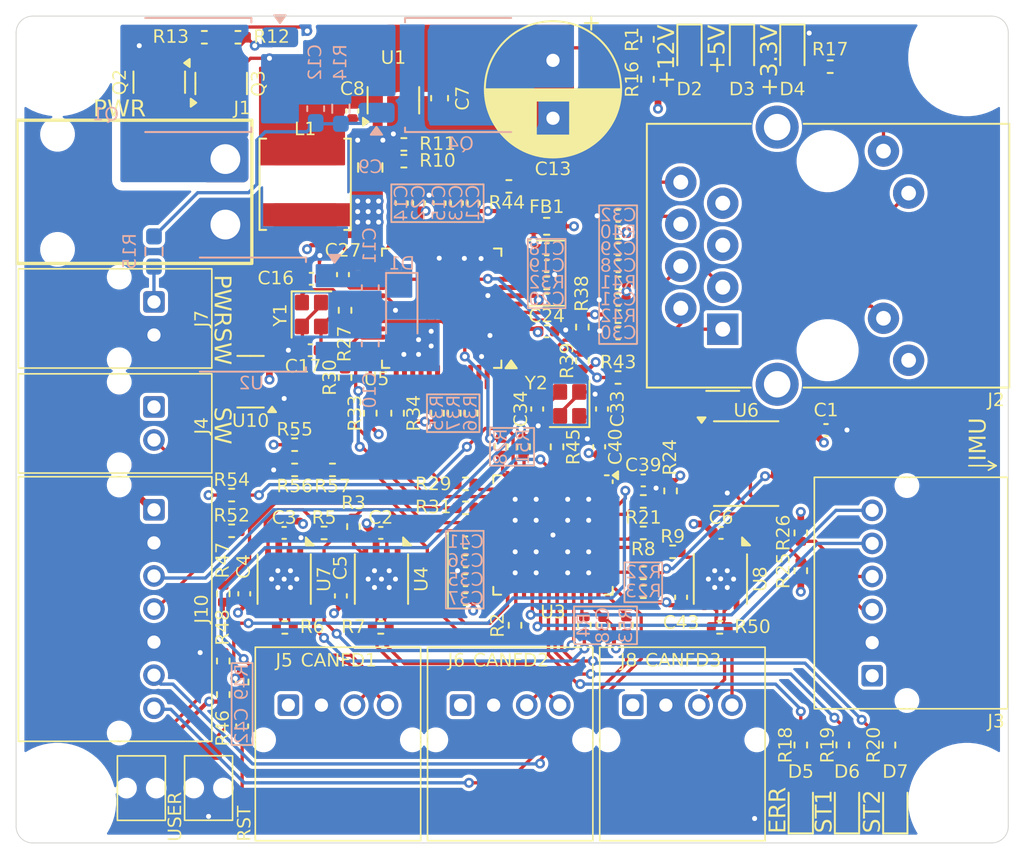
<source format=kicad_pcb>
(kicad_pcb (version 20241229) (generator "pcbnew") (generator_version "9.0")
  (layers (0 "F.Cu" signal) (4 "In1.Cu" signal) (6 "In2.Cu" signal) (2 "B.Cu" signal) (13 "F.Paste" user) (15 "B.Paste" user) (5 "F.SilkS" user "F.Silkscreen") (7 "B.SilkS" user "B.Silkscreen") (1 "F.Mask" user) (3 "B.Mask" user) (25 "Edge.Cuts" user))
  (net 0 "")
  (net 1 "GND")
  (net 2 "+3.3V")
  (net 3 "+5V")
  (net 4 "+12V")
  (net 5 "Net-(U1-SW)")
  (net 6 "Net-(U1-CB)")
  (net 7 "Net-(Q1-S)")
  (net 8 "Net-(Q4-G)")
  (net 9 "Net-(U5-1V2O)")
  (net 10 "Net-(U5-TOCAP)")
  (net 11 "Net-(U5-XI{slash}CLKIN)")
  (net 12 "Net-(U5-XO)")
  (net 13 "+3.3V_A")
  (net 14 "/U_ETHERNET/RX_N_")
  (net 15 "/U_ETHERNET/RX_N")
  (net 16 "/U_ETHERNET/RX_P_")
  (net 17 "/U_ETHERNET/RX_P")
  (net 18 "Net-(J2-TCT)")
  (net 19 "Net-(J2-RCT)")
  (net 20 "Net-(C32-Pad1)")
  (net 21 "Net-(U3-PF0)")
  (net 22 "Net-(C34-Pad1)")
  (net 23 "/U_MCU/NRST")
  (net 24 "Net-(D2-A)")
  (net 25 "Net-(D3-A)")
  (net 26 "Net-(D4-A)")
  (net 27 "Net-(D5-A)")
  (net 28 "Net-(D6-A)")
  (net 29 "Net-(D7-A)")
  (net 30 "Net-(J1-Pin_1)")
  (net 31 "Net-(J2-PadL2)")
  (net 32 "/U_ETHERNET/TX_N")
  (net 33 "Net-(J2-PadL3)")
  (net 34 "/U_ETHERNET/TX_P")
  (net 36 "Net-(J3-Pin_3)")
  (net 37 "Net-(J3-Pin_4)")
  (net 38 "/U_CAN1/CANFD_N")
  (net 39 "/U_CAN1/CANFD_P")
  (net 40 "Net-(Q2-B)")
  (net 41 "Net-(Q1-G)")
  (net 42 "Net-(U7-TXD)")
  (net 43 "Net-(U7-RXD)")
  (net 44 "Net-(U1-FB)")
  (net 45 "Net-(J7-Pin_1)")
  (net 46 "Net-(U6-Sx)")
  (net 47 "Net-(U6-Sy)")
  (net 48 "Net-(U5-~{SCS})")
  (net 49 "Net-(U5-SCLK)")
  (net 50 "Net-(U5-MISO)")
  (net 51 "Net-(U5-MOSI)")
  (net 52 "Net-(U5-EXRES1)")
  (net 53 "/U_ETHERNET/ACTLED")
  (net 54 "/U_ETHERNET/LINKLED")
  (net 55 "Net-(U3-PF1)")
  (net 56 "/U_MCU/BOOT")
  (net 71 "Net-(U5-PMODE1)")
  (net 72 "Net-(U5-~{INT})")
  (net 73 "Net-(U5-PMODE0)")
  (net 74 "Net-(U5-PMODE2)")
  (net 85 "Net-(U5-~{RST})")
  (net 91 "/CANFD1.TX")
  (net 92 "/CANFD1.RX")
  (net 93 "/U_I2C/I2C.RST")
  (net 94 "/U_I2C/I2C.INT")
  (net 95 "/U_CAN2/CANFD_P")
  (net 96 "/U_CAN2/CANFD_N")
  (net 97 "/U_CAN3/CANFD_N")
  (net 98 "/U_CAN3/CANFD_P")
  (net 99 "/CANFD2.TX")
  (net 100 "Net-(U4-TXD)")
  (net 101 "Net-(U4-RXD)")
  (net 102 "/CANFD2.RX")
  (net 103 "Net-(U8-TXD)")
  (net 104 "/CANFD3.TX")
  (net 105 "Net-(U8-RXD)")
  (net 106 "/CANFD3.RX")
  (net 107 "/U_MCU/SWD.CLK")
  (net 108 "/U_MCU/SWD.IO")
  (net 109 "/U_I2C/I2C.SDA")
  (net 110 "/U_I2C/I2C.SCL")
  (net 111 "/U_MCU/USER_LED1")
  (net 112 "/U_MCU/USER_LED2")
  (net 113 "/U_MCU/USER_LED3")
  (net 114 "/U_ETHERNET/SPI.SS")
  (net 115 "/U_ETHERNET/SPI.SCK")
  (net 116 "/U_ETHERNET/SPI.MISO")
  (net 117 "/U_ETHERNET/SPI.MOSI")
  (net 118 "/U_MCU/UART.TX")
  (net 119 "/U_MCU/UART.RX")
  (net 120 "Net-(J4-Pin_2)")
  (net 121 "/U_MCU/USER_SW1")
  (net 122 "/U_MCU/USER_SW2")
  (net 123 "Net-(J10-Pin_1)")
  (net 124 "Net-(J10-Pin_3)")
  (net 125 "Net-(J10-Pin_4)")
  (net 126 "Net-(J10-Pin_7)")
  (footprint "Resistor_SMD:R_0402_1005Metric" (layer "F.Cu") (at 156.251 116.967 180)
    (property "Reference" "R6")
    (property "Value" "100" (hide yes))
  )
  (footprint "Resistor_SMD:R_0402_1005Metric" (layer "F.Cu") (at 160.401 110.871 -90)
    (property "Reference" "R3")
    (property "Value" "10" (hide yes))
  )
  (footprint "Resistor_SMD:R_0402_1005Metric" (layer "F.Cu") (at 165.481 104.013 90)
    (property "Reference" "R35")
    (property "Value" "10k" (hide yes))
  )
  (footprint "Resistor_SMD:R_0402_1005Metric" (layer "F.Cu") (at 176.403 98.171)
    (property "Reference" "R42")
    (property "Value" "10" (hide yes))
  )
  (footprint "Capacitor_SMD:C_0402_1005Metric" (layer "F.Cu") (at 180.213 115.143 90)
    (property "Reference" "C43")
    (property "Value" "0.1u" (hide yes))
  )
  (footprint "LED_SMD:LED_0603_1608Metric_Pad1.05x0.95mm_HandSolder" (layer "F.Cu") (at 190.246 127.762 90)
    (property "Reference" "D6")
    (property "Value" "LED" (hide yes))
  )
  (footprint "mylib:TVAF06-A020B-R" (layer "F.Cu") (at 147.574 124.46)
    (property "Reference" "SW1" (hide yes))
    (property "Value" "SW_Push" (hide yes))
  )
  (footprint "Capacitor_SMD:C_0402_1005Metric" (layer "F.Cu") (at 171.512 103.759 -90)
    (property "Reference" "C34")
    (property "Value" "8p" (hide yes))
  )
  (footprint "Resistor_SMD:R_0402_1005Metric" (layer "F.Cu") (at 177.927 109.347)
    (property "Reference" "R21")
    (property "Value" "10" (hide yes))
  )
  (footprint "Resistor_SMD:R_0402_1005Metric" (layer "F.Cu") (at 153.416 81.28 180)
    (property "Reference" "R12")
    (property "Value" "10k" (hide yes))
  )
  (footprint "Resistor_SMD:R_0402_1005Metric" (layer "F.Cu") (at 177.927 111.252)
    (property "Reference" "R8")
    (property "Value" "10" (hide yes))
  )
  (footprint "Resistor_SMD:R_0402_1005Metric" (layer "F.Cu") (at 192.786 124.079 -90)
    (property "Reference" "R20")
    (property "Value" "1k" (hide yes))
  )
  (footprint "Resistor_SMD:R_0402_1005Metric" (layer "F.Cu") (at 159.131 107.442 180)
    (property "Reference" "R57")
    (property "Value" "1k" (hide yes))
  )
  (footprint "Resistor_SMD:R_0402_1005Metric" (layer "F.Cu") (at 189.23 83.058 180)
    (property "Reference" "R17")
    (property "Value" "1k" (hide yes))
  )
  (footprint "LED_SMD:LED_0603_1608Metric_Pad1.05x0.95mm_HandSolder" (layer "F.Cu") (at 183.896 82.169 -90)
    (property "Reference" "D3")
    (property "Value" "LED" (hide yes))
  )
  (footprint "Resistor_SMD:R_0402_1005Metric" (layer "F.Cu") (at 176.911 116.84 90)
    (property "Reference" "R53")
    (property "Value" "10" (hide yes))
  )
  (footprint "mylib:S07B-PASK-2" (layer "F.Cu") (at 148.336 109.855 90)
    (property "Reference" "J10")
    (property "Value" "PA" (hide yes))
  )
  (footprint "Capacitor_SMD:C_0402_1005Metric" (layer "F.Cu") (at 176.403 94.107)
    (property "Reference" "C29")
    (property "Value" "6.8n" (hide yes))
  )
  (footprint "Capacitor_SMD:C_0402_1005Metric" (layer "F.Cu") (at 175.431 103.759 90)
    (property "Reference" "C33")
    (property "Value" "8p" (hide yes))
  )
  (footprint "Resistor_SMD:R_0402_1005Metric" (layer "F.Cu") (at 156.845 105.918)
    (property "Reference" "R55")
    (property "Value" "10k" (hide yes))
  )
  (footprint "Capacitor_SMD:C_0402_1005Metric" (layer "F.Cu") (at 167.176 112.968 180)
    (property "Reference" "C36")
    (property "Value" "0.1u" (hide yes))
  )
  (footprint "Resistor_SMD:R_0402_1005Metric" (layer "F.Cu") (at 187.452 111.252 -90)
    (property "Reference" "R26")
    (property "Value" "330" (hide yes))
  )
  (footprint "Resistor_SMD:R_0402_1005Metric" (layer "F.Cu") (at 177.927 113.665)
    (property "Reference" "R22")
    (property "Value" "10" (hide yes))
  )
  (footprint "Capacitor_SMD:C_0603_1608Metric" (layer "F.Cu") (at 165.608 84.963 -90)
    (property "Reference" "C7")
    (property "Value" "2.2u")
  )
  (footprint "mylib:TVAF06-A020B-R" (layer "F.Cu") (at 151.638 128.905 180)
    (property "Reference" "SW2" (hide yes))
    (property "Value" "SW_Push" (hide yes))
  )
  (footprint "Capacitor_SMD:C_0402_1005Metric" (layer "F.Cu") (at 167.176 114.111 180)
    (property "Reference" "C35")
    (property "Value" "1u" (hide yes))
  )
  (footprint "Capacitor_SMD:C_0402_1005Metric" (layer "F.Cu") (at 167.6685 91.309 90)
    (property "Reference" "C21")
    (property "Value" "0.1u" (hide yes))
  )
  (footprint "Capacitor_SMD:C_0402_1005Metric" (layer "F.Cu") (at 172.085 95.119)
    (property "Reference" "C19")
    (property "Value" "0.1u" (hide yes))
  )
  (footprint "Capacitor_SMD:C_0402_1005Metric" (layer "F.Cu") (at 157.794 100.203 180)
    (property "Reference" "C17")
    (property "Value" "15p" (hide yes))
  )
  (footprint "Resistor_SMD:R_0402_1005Metric" (layer "F.Cu") (at 176.403 93.091)
    (property "Reference" "R40")
    (property "Value" "49.9" (hide yes))
  )
  (footprint "Resistor_SMD:R_0402_1005Metric" (layer "F.Cu") (at 176.403 101.854)
    (property "Reference" "R43")
    (property "Value" "330" (hide yes))
  )
  (footprint "Resistor_SMD:R_0402_1005Metric" (layer "F.Cu") (at 176.403 96.139)
    (property "Reference" "R41")
    (property "Value" "49.9" (hide yes))
  )
  (footprint "LED_SMD:LED_0603_1608Metric_Pad1.05x0.95mm_HandSolder" (layer "F.Cu") (at 180.721 82.169 -90)
    (property "Reference" "D2")
    (property "Value" "LED" (hide yes))
  )
  (footprint "Resistor_SMD:R_0402_1005Metric" (layer "F.Cu") (at 187.452 113.538 90)
    (property "Reference" "R25")
    (property "Value" "330" (hide yes))
  )
  (footprint "Package_TO_SOT_SMD:SOT-23" (layer "F.Cu") (at 148.656 83.9955 -90)
    (property "Reference" "Q2")
    (property "Value" "MMBT3906" (hide yes))
  )
  (footprint "Resistor_SMD:R_0402_1005Metric" (layer "F.Cu") (at 178.181 83.82 90)
    (property "Reference" "R16")
    (property "Value" "1k" (hide yes))
  )
  (footprint "MountingHole:MountingHole_3.2mm_M3" (layer "F.Cu") (at 142.5 127.5)
    (property "Reference" "H4" (hide yes))
    (property "Value" "MountingHole" (hide yes))
  )
  (footprint "Capacitor_SMD:C_0402_1005Metric" (layer "F.Cu") (at 163.322 91.313 90)
    (property "Reference" "C14")
    (property "Value" "0.1u" (hide yes))
  )
  (footprint "Inductor_SMD:L_0603_1608Metric" (layer "F.Cu") (at 172.085 92.71)
    (property "Reference" "FB1")
    (property "Value" "FerriteBead_Small" (hide yes))
  )
  (footprint "Resistor_SMD:R_0402_1005Metric" (layer "F.Cu") (at 179.578 108.712 -90)
    (property "Reference" "R24")
    (property "Value" "4.7k" (hide yes))
  )
  (footprint "Package_DFN_QFN:QFN-48-1EP_7x7mm_P0.5mm_EP5.6x5.6mm" (layer "F.Cu") (at 172.466 111.379 -90)
    (property "Reference" "U3")
    (property "Value" "STM32G474CCUx" (hide yes))
  )
  (footprint "Resistor_SMD:R_0402_1005Metric" (layer "F.Cu") (at 152.527 114.935 -90)
    (property "Reference" "R47")
    (property "Value" "1k" (hide yes))
  )
  (footprint "Resistor_SMD:R_0402_1005Metric" (layer "F.Cu") (at 170.1715 116.84 -90)
    (property "Reference" "R2")
    (property "Value" "10" (hide yes))
  )
  (footprint "Capacitor_SMD:C_0402_1005Metric" (layer "F.Cu") (at 182.626 111.252)
    (property "Reference" "C6")
    (property "Value" "0.1u" (hide yes))
  )
  (footprint "Resistor_SMD:R_0402_1005Metric" (layer "F.Cu") (at 153.67 120.269 -90)
    (property "Reference" "R49")
    (property "Value" "10k" (hide yes))
  )
  (footprint "Resistor_SMD:R_0402_1005Metric" (layer "F.Cu") (at 174.3625 116.84 -90)
    (property "Reference" "R4")
    (property "Value" "10" (hide yes))
  )
  (footprint "Capacitor_SMD:C_0402_1005Metric" (layer "F.Cu") (at 159.639 115.062 90)
    (property "Reference" "C5")
    (property "Value" "0.1u" (hide yes))
  )
  (footprint "Resistor_SMD:R_0402_1005Metric" (layer "F.Cu") (at 163.449 88.773)
    (property "Reference" "R10")
    (property "Value" "118k" (hide yes))
  )
  (footprint "Capacitor_SMD:C_0402_1005Metric" (layer "F.Cu") (at 176.403 95.123)
    (property "Reference" "C28")
    (property "Value" "6.8n" (hide yes))
  )
  (footprint "Package_SON:VSON-8-1EP_3x3mm_P0.65mm_EP1.65x2.4mm" (layer "F.Cu") (at 156.21 114.046 -90)
    (property "Reference" "U7")
    (property "Value" "TCAN1044V" (hide yes))
  )
  (footprint "Resistor_SMD:R_0402_1005Metric" (layer "F.Cu") (at 158.623 111.252 180)
    (property "Reference" "R5")
    (property "Value" "10" (hide yes))
  )
  (footprint "Package_TO_SOT_SMD:SOT-23-6" (layer "F.Cu") (at 162.814 85.09 90)
    (property "Reference" "U1")
    (property "Value" "LMR516xx" (hide yes))
  )
  (footprint "Resistor_SMD:R_0402_1005Metric" (layer "F.Cu") (at 161.417 104.013 90)
    (property "Reference" "R33")
    (property "Value" "10k" (hide yes))
  )
  (footprint "Resistor_SMD:R_0402_1005Metric" (layer "F.Cu") (at 159.893 97.79 -90)
    (property "Reference" "R27")
    (property "Value" "1M" (hide yes))
  )
  (footprint "Resistor_SMD:R_0402_1005Metric" (layer "F.Cu") (at 153.035 108.966)
    (property "Reference" "R54")
    (property "Value" "10k" (hide yes))
  )
  (footprint "Resistor_SMD:R_0402_1005Metric" (layer "F.Cu") (at 174.244 98.806 -90)
    (property "Reference" "R38")
    (property "Value" "49.9" (hide yes))
  )
  (footprint "Resistor_SMD:R_0402_1005Metric" (layer "F.Cu") (at 159.893 101.852 90)
    (property "Reference" "R30")
    (property "Value" "10" (hide yes))
  )
  (footprint "Crystal:Crystal_SMD_SeikoEpson_FA128-4Pin_2.0x1.6mm" (layer "F.Cu") (at 173.4735 103.4525 90)
    (property "Reference" "Y2")
    (property "Value" "48MHz" (hide yes))
  )
  (footprint "Capacitor_SMD:C_0402_1005Metric" (layer "F.Cu") (at 167.176 115.254 180)
    (property "Reference" "C37")
    (property "Value" "0.1u" (hide yes))
  )
  (footprint "Capacitor_SMD:C_0402_1005Metric" (layer "F.Cu") (at 164.3665 91.309 90)
    (property "Reference" "C22")
    (property "Value" "0.1u" (hide yes))
  )
  (footprint "Resistor_SMD:R_0402_1005Metric" (layer "F.Cu") (at 152.527 118.999 90)
    (property "Reference" "R48")
    (property "Value" "470" (hide yes))
  )
  (footprint "Capacitor_SMD:C_0402_1005Metric" (layer "F.Cu") (at 153.797 114.935 90)
    (property "Reference" "C4")
    (property "Value" "0.1u" (hide yes))
  )
  (footprint "MountingHole:MountingHole_3.2mm_M3" (layer "F.Cu") (at 142.5 82.5)
    (property "Reference" "H1" (hide yes))
    (property "Value" "MountingHole" (hide yes))
  )
  (footprint "mylib:S06B-PASK-2" (layer "F.Cu") (at 191.77 119.888 -90)
    (property "Reference" "J3")
    (property "Value" "PA" (hide yes))
  )
  (footprint "Package_TO_SOT_SMD:SOT-23-3" (layer "F.Cu") (at 154.178 102.108 180)
    (property "Reference" "U10")
    (property "Value" "CH213K" (hide yes))
  )
  (footprint "Connector_RJ:RJ45_Amphenol_RJMG1BD3B8K1ANR" (layer "F.Cu") (at 182.733 98.933 90)
    (property "Reference" "J2")
    (property "Value" "RJ45_Amphenol_RJMG1BD3B8K1ANR" (hide yes))
  )
  (footprint "Resistor_SMD:R_0402_1005Metric" (layer "F.Cu") (at 172.7115 106.045 -90)
    (property "Reference" "R45")
    (property "Value" "220" (hide yes))
  )
  (footprint "Capacitor_SMD:C_0402_1005Metric" (layer "F.Cu") (at 165.608 91.313 90)
    (property "Reference" "C15")
    (property "Value" "4.7u" (hide yes))
  )
  (footprint "Capacitor_SMD:C_0805_2012Metric" (layer "F.Cu") (at 161.417 89.154 90)
    (property "Reference" "C9")
    (property "Value" "22u")
  )
  (footprint "mylib:S02B-PASK-2" (layer "F.Cu") (at 148.336 103.632 90)
    (property "Reference" "J4")
    (property "Value" "PA" (hide yes))
  )
  (footprint "Capacitor_SMD:C_0402_1005Metric" (layer "F.Cu") (at 160.335 85.7305 90)
    (property "Reference" "C8")
    (property "Value" "0.1u" (hide yes))
  )
  (footprint "Resistor_SMD:R_0402_1005Metric" (layer "F.Cu") (at 170.688 106.045 -90)
    (property "Reference" "R51")
    (property "Value" "10" (hide yes))
  )
  (footprint "Capacitor_SMD:C_0402_1005Metric" (layer "F.Cu") (at 156.21 111.252)
    (property "Reference" "C3")
    (property "Value" "0.1u" (hide yes))
  )
  (footprint "Resistor_SMD:R_0402_1005Metric" (layer "F.Cu") (at 162.052 116.967 180)
    (property "Reference" "R7")
    (property "Value" "100" (hide yes))
  )
  (footprint "Capacitor_SMD:C_0402_1005Metric" (layer "F.Cu") (at 175.514 116.84 -90)
    (property "Reference" "C38")
    (property "Value" "0.1u" (hide yes))
  )
  (footprint "Resistor_SMD:R_0402_1005Metric" (layer "F.Cu") (at 177.927 114.808)
    (property "Reference" "R23")
    (property "Value" "4.7k" (hide yes))
  )
  (footprint "Resistor_SMD:R_0402_1005Metric" (layer "F.Cu") (at 166.497 104.013 90)
    (property "Reference" "R37")
    (property "Value" "10k" (hide yes))
  )
  (footprint "mylib:S04B-PASK-2" (layer "F.Cu") (at 166.878 121.666 180)
    (property "Reference" "J6")
    (property "Value" "PA" (hide yes))
  )
  (footprint "Resistor_SMD:R_0402_1005Metric" (layer "F.Cu") (at 178.181 81.407 90)
    (property "Reference" "R1")
    (property "Value" "3.3k" (hide yes))
  )
  (footprint "Inductor_SMD:L_APV_ANR5040" (layer "F.Cu") (at 157.48 90.17 -90)
    (property "Reference" "L1")
    (property "Value" "33u" (hide yes))
  )
  (footprint "Resistor_SMD:R_0402_1005Metric" (layer "F.Cu") (at 182.55 116.967 180)
    (property "Reference" "R50")
    (property "Value" "100" (hide yes))
  )
  (footprint "Capacitor_THT:CP_Radial_D8.0mm_P3.50mm" (layer "F.Cu") (at 172.466 82.675349 -90)
    (property "Reference" "C13")
    (property "Value" "220u" (hide yes))
  )
  (footprint "Resistor_SMD:R_0402_1005Metric" (layer "F.Cu") (at 169.799 90.297 180)
    (property "Reference" "R44")
    (property "Value" "330" (hide yes))
  )
  (footprint "mylib:S04B-PASK-2" (layer "F.Cu") (at 156.464 121.666 180)
    (property "Reference" "J5")
    (property "Value" "PA" (hide yes))
  )
  (footprint "Resistor_SMD:R_0402_1005Metric" (layer "F.Cu") (at 169.335 106.045 90)
    (property "Reference" "R28")
    (property "Value" "10" (hide yes))
  )
  (footprint "Resistor_SMD:R_0402_1005Metric" (layer "F.Cu") (at 167.176 109.7365 180)
    (property "Reference" "R31")
    (property "Value" "10" (hide yes))
  )
  (footprint "MountingHole:MountingHole_3.2mm_M3" (layer "F.Cu") (at 197.5 82.5)
    (property "Reference" "H3" (hide yes))
    (property "Value" "MountingHole" (hide yes))
  )
  (footprint "Resistor_SMD:R_0402_1005Metric" (layer "F.Cu") (at 167.513 104.013 90)
    (property "Reference" "R36")
    (property "Value" "10k" (hide yes))
  )
  (footprint "Resistor_SMD:R_0402_1005Metric" (layer "F.Cu") (at 152.527 121.031 90)
    (property "Reference" "R46")
    (property "Value" "10k" (hide yes))
  )
  (footprint "Crystal:Crystal_SMD_SeikoEpson_FA128-4Pin_2.0x1.6mm" (layer "F.Cu") (at 157.861 98.044 -90)
    (property "Reference" "Y1")
    (property "Value" "FA128 25MHz" (hide yes))
  )
  (footprint "Package_SON:VSON-8-1EP_3x3mm_P0.65mm_EP1.65x2.4mm" (layer "F.Cu") (at 162.093 114.046 -90)
    (property "Reference" "U4")
    (property "Value" "TCAN1044V" (hide yes))
  )
  (footprint "Resistor_SMD:R_0402_1005Metric" (layer "F.Cu") (at 156.845 107.442 180)
    (property "Reference" "R56")
    (property "Value" "470" (hide yes))
  )
  (footprint "LED_SMD:LED_0603_1608Metric_Pad1.05x0.95mm_HandSolder" (layer "F.Cu") (at 186.944 82.169 -90)
    (property "Reference" "D4")
    (property "Value" "LED" (hide yes))
  )
  (footprint "Capacitor_SMD:C_0402_1005Metric" (layer "F.Cu") (at 172.085 97.155)
    (property "Reference" "C20")
    (property "Value" "0.1u" (hide yes))
  )
  (footprint "LED_SMD:LED_0603_1608Metric_Pad1.05x0.95mm_HandSolder" (layer "F.Cu") (at 187.452 127.762 90)
    (property "Reference" "D5")
    (property "Value" "LED" (hide yes))
  )
  (footprint "Capacitor_SMD:C_0402_1005Metric" (layer "F.Cu") (at 176.403 99.187 180)
    (property "Reference" "C30")
    (property "Value" "22n" (hide yes))
  )
  (footprint "Capacitor_SMD:C_0402_1005Metric" (layer "F.Cu") (at 162.052 111.252)
    (property "Reference" "C2")
    (property "Value" "0.1u" (hide yes))
  )
  (footprint "Capacitor_SMD:C_0402_1005Metric" (layer "F.Cu") (at 172.085 99.06)
    (property "Reference" "C24")
    (property "Value" "0.1u" (hide yes))
  )
  (footprint "Capacitor_SMD:C_0402_1005Metric" (layer "F.Cu") (at 166.6525 91.309 90)
    (property "Reference" "C23")
    (property "Value" "0.1u" (hide yes))
  )
  (footprint "Capacitor_SMD:C_0402_1005Metric" (layer "F.Cu") (at 159.766 95.631 90)
    (property "Reference" "C27")
    (property "Value" "0.1u" (hide yes))
  )
  (footprint "Resistor_SMD:R_0402_1005Metric" (layer "F.Cu") (at 189.992 124.079 -90)
    (property "Reference" "R19")
    (property "Value" "1k" (hide yes))
  )
  (footprint "Capacitor_SMD:C_0402_1005Metric" (layer "F.Cu") (at 177.927 108.077)
    (property "Reference" "C39")
    (property "Value" "0.1u" (hide yes))
  )
  (footprint "Package_SON:VSON-8-1EP_3x3mm_P0.65mm_EP1.65x2.4mm" (layer "F.Cu") (at 182.591 114.046 -90)
    (property "Reference" "U8")
    (property "Value" "TCAN1044V" (hide yes))
  )
  (footprint "Capacitor_SMD:C_0402_1005Metric" (layer "F.Cu") (at 172.085 94.103)
    (property "Reference" "C18")
    (property "Value" "1u" (hide yes))
  )
  (footprint "Resistor_SMD:R_0402_1005Metric" (layer "F.Cu") (at 187.452 124.079 -90)
    (property "Reference" "R18")
    (property "Value" "1k" (hide yes))
  )
  (footprint "Capacitor_SMD:C_0402_1005Metric" (layer "F.Cu") (at 167.176 111.825 180)
    (property "Reference" "C41")
    (property "Value" "0.1u" (hide yes))
  )
  (footprint "Package_SO:SOIC-8_3.9x4.9mm_P1.27mm" (layer "F.Cu") (at 184.15 107.061)
    (property "Reference" "U6")
    (property "Value" "P82B715" (hide yes))
  )
  (footprint "Resistor_SMD:R_0402_1005Metric" (layer "F.Cu") (at 153.035 111.125)
    (property "Reference" "R52")
    (property "Value" "470" (hide yes))
  )
  (footprint "Capacitor_SMD:C_0402_1005Metric" (layer "F.Cu") (at 176.403 92.075 180)
    (property "Reference" "C32")
    (property "Value" "1n" (hide yes))
  )
  (footprint "Capacitor_SMD:C_0402_1005Metric" (layer "F.Cu") (at 153.67 122.936 -90)
    (property "Reference" "C42")
    (property "Value" "0.1u" (hide yes))
  )
  (footprint "Resistor_SMD:R_0402_1005Metric" (layer "F.Cu") (at 167.176 108.287 180)
    (property "Reference" "R29")
    (property "Value" "10" (hide yes))
  )
  (footprint "Resistor_SMD:R_0402_1005Metric" (layer "F.Cu") (at 163.068 104.013 90)
    (property "Reference" "R34")
    (property "Value" "10k" (hide yes))
  )
  (footprint "Package_QFP:LQFP-48_7x7mm_P0.5mm" (layer "F.Cu") (at 165.735 97.663 180)
    (property "Reference" "U5")
    (property "Value" "W5500" (hide yes))
  )
  (footprint "Capacitor_SMD:C_0402_1005Metric" (layer "F.Cu") (at 175.26 106.045 90)
    (property "Reference" "C40")
    (property "Value" "1u" (hide yes))
  )
  (footprint "Resistor_SMD:R_0402_1005Metric" (layer "F.Cu") (at 179.705 112.395)
    (property "Reference" "R9")
    (property "Value" "10" (hide yes))
  )
  (footprint "Resistor_SMD:R_0402_1005Metric" (layer "F.Cu") (at 151.384 81.28)
    (property "Reference" "R13")
    (property "Value" "10k" (hide yes))
  )
  (footprint "Package_TO_SOT_SMD:SOT-23" (layer "F.Cu") (at 152.4 84.074 90)
    (property "Reference" "Q3")
    (property "Value" "MMBT3906" (hide yes))
  )
  (footprint "Resistor_SMD:R_0402_1005Metric" (layer "F.Cu") (at 163.449 87.757 180)
    (property "Reference" "R11")
    (property "Value" "22k" (hide yes))
  )
  (footprint "Resistor_SMD:R_0402_1005Metric" (layer "F.Cu") (at 174.244 100.838 90)
    (property "Reference" "R39")
    (property "Value" "49.9" (hide yes))
  )
  (footprint "mylib:S02B-PASK-2" (layer "F.Cu") (at 148.336 97.282 90)
    (property "Reference" "J7")
    (property "Value" "PA" (hide yes))
  )
  (footprint "Resistor_SMD:R_0402_1005Metric" (layer "F.Cu") (at 172.085 96.139 180)
    (property "Reference" "R32")
    (property "Value" "12.4k" (hide yes))
  )
  (footprint "mylib:DF63M-2P-3.96DS" (layer "F.Cu") (at 152.654 88.646 90)
    (property "Reference" "J1")
    (property "Value" "DF63" (hide yes))
  )
  (footprint "Capacitor_SMD:C_0402_1005Metric" (layer "F.Cu") (at 188.976 105.029)
    (property "Reference" "C1")
    (property "Value" "0.1u" (hide yes))
  )
  (footprint "Capacitor_SMD:C_0402_1005Metric" (layer "F.Cu") (at 176.403 97.155 180)
    (property "Reference" "C31")
    (property "Value" "0.01u" (hide yes))
  )
  (footprint "MountingHole:MountingHole_3.2mm_M3" (layer "F.Cu") (at 197.5 127.5)
    (property "Reference" "H2" (hide yes))
    (property "Value" "MountingHole" (hide yes))
  )
  (footprint "Capacitor_SMD:C_0402_1005Metric" (layer "F.Cu") (at 157.861 95.885)
    (property "Reference" "C16")
    (property "Value" "15p" (hide yes))
  )
  (footprint "LED_SMD:LED_0603_1608Metric_Pad1.05x0.95mm_HandSolder" (layer "F.Cu") (at 193.167 127.762 90)
    (property "Reference" "D7")
    (property "Value" "LED" (hide yes))
  )
  (footprint "mylib:S04B-PASK-2" (layer "F.Cu") (at 177.292 121.666 180)
    (property "Reference" "J8")
    (property "Value" "PA" (hide yes))
  )
  (footprint "Package_TO_SOT_SMD:TO-252-2" (layer "B.Cu") (at 154.218 98.05 180)
    (property "Reference" "U2")
    (property "Value" "NJM2845SDL1" (hide yes))
  )
  (footprint "Diode_SMD:Nexperia_CFP3_SOD-123W" (layer "B.Cu") (at 163.322 97.79 -90)
    (property "Reference" "D1")
    (property "Value" "SS2040FL" (hide yes))
  )
  (footprint "Resistor_SMD:R_0603_1608Metric_Pad0.98x0.95mm_HandSolder" (layer "B.Cu") (at 159.639 85.598 -90)
    (property "Reference" "R14")
    (property "Value" "10k")
  )
  (footprint "Package_TO_SOT_SMD:TO-252-2" (layer "B.Cu") (at 150.916 83.56 180)
    (property "Reference" "Q1")
    (property "Value" "TJ60S04M3L" (hide yes))
  )
  (footprint "Capacitor_SMD:C_0603_1608Metric_Pad1.08x0.95mm_HandSolder" (layer "B.Cu") (at 161.417 96.4195 90)
    (property "Reference" "C11")
    (property "Value" "0.33u" (hide yes))
  )
  (footprint "Resistor_SMD:R_0603_1608Metric_Pad0.98x0.95mm_HandSolder" (layer "B.Cu") (at 148.336 94.234 -90)
    (property "Reference" "R15")
    (property "Value" "100" (hide yes))
  )
  (footprint "Package_TO_SOT_SMD:TO-252-2" (layer "B.Cu") (at 166.829 83.56)
    (property "Reference" "Q4")
    (property "Value" "TJ60S04M3L" (hide yes))
  )
  (footprint "Capacitor_SMD:C_0603_1608Metric_Pad1.08x0.95mm_HandSolder" (layer "B.Cu") (at 158.115 85.598 90)
    (property "Reference" "C12")
    (property "Value" "0.1u" (hide yes))
  )
  (footprint "Capacitor_SMD:C_0603_1608Metric_Pad1.08x0.95mm_HandSolder" (layer "B.Cu") (at 161.417 99.822 -90)
    (property "Reference" "C10")
    (property "Value" "2.2u" (hide yes))
  )
  (gr_rect (start 173.736 115.697) (end 177.546 117.983) (stroke (width 0.1)) (fill no) (layer "F.SilkS"))
  (gr_rect (start 164.846 102.87) (end 168.02 105.156) (stroke (width 0.1)) (fill no) (layer "F.SilkS"))
  (gr_rect (start 162.687 90.17) (end 168.275 92.456) (stroke (width 0.1)) (fill no) (layer "F.SilkS"))
  (gr_rect (start 170.942 93.578) (end 173.228 97.515) (stroke (width 0.1)) (fill no) (layer "F.SilkS"))
  (gr_rect (start 175.26 91.44) (end 177.546 99.822) (stroke (width 0.1)) (fill no) (layer "F.SilkS"))
  (gr_rect (start 168.656 104.902) (end 171.323 107.188) (stroke (width 0.1)) (fill no) (layer "F.SilkS"))
  (gr_rect (start 176.784 113.031) (end 179.07 115.444) (stroke (width 0.1)) (fill no) (layer "F.SilkS"))
  (gr_rect (start 166.116 111.125) (end 168.275 115.824) (stroke (width 0.1)) (fill no) (layer "F.SilkS"))
  (gr_line (start 199.263 107.188) (end 197.612 107.188) (stroke (width 0.1)) (layer "F.SilkS"))
  (gr_line (start 199.263 107.188) (end 198.796373 107.457408) (stroke (width 0.1)) (layer "F.SilkS"))
  (gr_rect (start 153.035 119.126) (end 154.305 124.079) (stroke (width 0.1)) (fill no) (layer "F.SilkS"))
  (gr_line (start 199.263 107.188) (end 198.796373 106.918593) (stroke (width 0.1)) (layer "F.SilkS"))
  (gr_rect (start 164.846 102.87) (end 168.021 105.156) (stroke (width 0.1)) (fill no) (layer "B.SilkS"))
  (gr_rect (start 176.784 113.03) (end 179.07 115.443) (stroke (width 0.1)) (fill no) (layer "B.SilkS"))
  (gr_rect (start 170.942 93.472) (end 173.228 97.663) (stroke (width 0.1)) (fill no) (layer "B.SilkS"))
  (gr_rect (start 162.687 90.17) (end 168.275 92.456) (stroke (width 0.1)) (fill no) (layer "B.SilkS"))
  (gr_rect (start 175.26 91.44) (end 177.546 99.822) (stroke (width 0.1)) (fill no) (layer "B.SilkS"))
  (gr_rect (start 168.656 104.902) (end 171.323 107.188) (stroke (width 0.1)) (fill no) (layer "B.SilkS"))
  (gr_rect (start 165.989 111.125) (end 168.275 115.824) (stroke (width 0.1)) (fill no) (layer "B.SilkS"))
  (gr_rect (start 153.035 119.126) (end 154.305 124.079) (stroke (width 0.1)) (fill no) (layer "B.SilkS"))
  (gr_rect (start 173.736 115.697) (end 177.546 117.983) (stroke (width 0.1)) (fill no) (layer "B.SilkS"))
  (gr_line (start 140 81) (end 140 129) (stroke (width 0.05)) (layer "Edge.Cuts"))
  (gr_arc (start 199 80) (mid 199.707107 80.292893) (end 200 81) (stroke (width 0.05)) (layer "Edge.Cuts"))
  (gr_line (start 200 129) (end 200 81) (stroke (width 0.05)) (layer "Edge.Cuts"))
  (gr_arc (start 141 130) (mid 140.292893 129.707107) (end 140 129) (stroke (width 0.05)) (layer "Edge.Cuts"))
  (gr_arc (start 140 81) (mid 140.292893 80.292893) (end 141 80) (stroke (width 0.05)) (layer "Edge.Cuts"))
  (gr_line (start 199 80) (end 141 80) (stroke (width 0.05)) (layer "Edge.Cuts"))
  (gr_arc (start 200 129) (mid 199.707107 129.707107) (end 199 130) (stroke (width 0.05)) (layer "Edge.Cuts"))
  (gr_line (start 141 130) (end 199 130) (stroke (width 0.05)) (layer "Edge.Cuts"))
  (gr_text "PWR" (at 144.653 86.233 0) (layer "F.SilkS") (effects (font (size 1 1) (thickness 0.1)) (justify left bottom)))
  (gr_text "IMU" (at 198.796373 106.918593 90) (layer "F.SilkS") (effects (font (size 1 1) (thickness 0.1)) (justify left bottom)))
  (gr_text "ERR" (at 186.69 129.437 90) (layer "F.SilkS") (effects (font (size 1 1) (thickness 0.1)) (justify left bottom)))
  (gr_text "+5V" (at 183.007 80.518 90) (layer "F.SilkS") (effects (font (size 1 1) (thickness 0.1)) (justify right bottom)))
  (gr_text "SW" (at 151.836 103.632 270) (layer "F.SilkS") (effects (font (size 1 1) (thickness 0.1)) (justify left bottom)))
  (gr_text "+3.3V" (at 186.182 80.518 90) (layer "F.SilkS") (effects (font (size 1 1) (thickness 0.1)) (justify right bottom)))
  (gr_text "CANFD2" (at 169.926 118.999 0) (layer "F.SilkS") (effects (font (size 0.8 0.8) (thickness 0.1))))
  (gr_text "ST1" (at 189.484 129.413 90) (layer "F.SilkS") (effects (font (size 1 1) (thickness 0.1)) (justify left bottom)))
  (gr_text "CANFD1" (at 159.512 118.999 0) (layer "F.SilkS") (effects (font (size 0.8 0.8) (thickness 0.1))))
  (gr_text "USER" (at 150.114 129.921 90) (layer "F.SilkS") (effects (font (size 0.8 0.8) (thickness 0.1)) (justify left bottom)))
  (gr_text "ST2" (at 192.405 129.413 90) (layer "F.SilkS") (effects (font (size 1 1) (thickness 0.1)) (justify left bottom)))
  (gr_text "+12V" (at 179.959 80.518 90) (layer "F.SilkS") (effects (font (size 1 1) (thickness 0.1)) (justify right bottom)))
  (gr_text "CANFD3" (at 180.34 118.999 0) (layer "F.SilkS") (effects (font (size 0.8 0.8) (thickness 0.1))))
  (gr_text "PWRSW" (at 151.836 95.631 270) (layer "F.SilkS") (effects (font (size 1 1) (thickness 0.1)) (justify left bottom)))
  (gr_text "RST" (at 154.305 129.921 90) (layer "F.SilkS") (effects (font (size 0.8 0.8) (thickness 0.1)) (justify left bottom)))
  (segment (start 156.535 113.721) (end 156.21 114.046) (width 0.2) (layer "F.Cu") (net 1))
  (segment (start 184.771 128.637) (end 184.658 128.524) (width 0.2) (layer "F.Cu") (net 1))
  (segment (start 175.923 97.155) (end 175.26 97.155) (width 0.2) (layer "F.Cu") (net 1))
  (segment (start 167.6685 90.829) (end 166.6525 90.829) (width 0.2) (layer "F.Cu") (net 1))
  (segment (start 183.566 115.021) (end 182.591 114.046) (width 0.2) (layer "F.Cu") (net 1))
  (segment (start 165.485 94.536561) (end 165.587496 94.639057) (width 0.2) (layer "F.Cu") (net 1))
  (segment (start 166.696 114.111) (end 166.696 113.538) (width 0.2) (layer "F.Cu") (net 1))
  (segment (start 167.985 94.525874) (end 168.118467 94.659341) (width 0.2) (layer "F.Cu") (net 1))
  (segment (start 166.6485 90.833) (end 166.6525 90.829) (width 0.2) (layer "F.Cu") (net 1))
  (segment (start 162.418 113.396) (end 162.56 113.538) (width 0.2) (layer "F.Cu") (net 1))
  (segment (start 164.3625 90.833) (end 164.3665 90.829) (width 0.2) (layer "F.Cu") (net 1))
  (segment (start 151.638 129.286) (end 151.638 128.397) (width 0.2) (layer "F.Cu") (net 1))
  (segment (start 189.456 105.029) (end 190.246 105.029) (width 0.2) (layer "F.Cu") (net 1))
  (segment (start 162.941 97.510176) (end 162.941 97.79) (width 0.2) (layer "F.Cu") (net 1))
  (segment (start 174.0485 102.846256) (end 174.0485 102.7275) (width 0.2) (layer "F.Cu") (net 1))
  (segment (start 163.322 90.833) (end 164.3625 90.833) (width 0.2) (layer "F.Cu") (net 1))
  (segment (start 174.0485 102.7275) (end 174.8795 102.7275) (width 0.2) (layer "F.Cu") (net 1))
  (segment (start 156.144 103.058) (end 156.21 103.124) (width 0.2) (layer "F.Cu") (net 1))
  (segment (start 172.565 99.06) (end 173.156341 99.06) (width 0.2) (layer "F.Cu") (net 1))
  (segment (start 164.3665 90.829) (end 165.604 90.829) (width 0.2) (layer "F.Cu") (net 1))
  (segment (start 156.535 112.596) (end 156.535 113.721) (width 0.2) (layer "F.Cu") (net 1))
  (segment (start 175.014 102.862) (end 175.431 103.279) (width 0.2) (layer "F.Cu") (net 1))
  (segment (start 152.781 129.286) (end 151.638 129.286) (width 0.2) (layer "F.Cu") (net 1))
  (segment (start 157.185 115.496) (end 157.185 115.148) (width 0.2) (layer "F.Cu") (net 1))
  (segment (start 172.565 95.119) (end 172.565 96.109) (width 0.2) (layer "F.Cu") (net 1))
  (segment (start 153.67 128.397) (end 152.781 129.286) (width 0.2) (layer "F.Cu") (net 1))
  (segment (start 157.314 98.797) (end 157.286 98.769) (width 0.2) (layer "F.Cu") (net 1))
  (segment (start 172.565 94.103) (end 172.565 95.119) (width 0.2) (layer "F.Cu") (net 1))
  (segment (start 157.286 98.650244) (end 157.286 98.769) (width 0.2) (layer "F.Cu") (net 1))
  (segment (start 171.512 104.239) (end 171.512 104.7145) (width 0.2) (layer "F.Cu") (net 1))
  (segment (start 158.369 94.48) (end 158.369 94.80798) (width 0.2) (layer "F.Cu") (net 1))
  (segment (start 156.535 112.596) (end 156.535 111.407) (width 0.2) (layer "F.Cu") (net 1))
  (segment (start 187.96 81.026) (end 187.692 81.294) (width 0.2) (layer "F.Cu") (net 1))
  (segment (start 182.6085 114.0285) (end 182.916 113.721) (width 0.2) (layer "F.Cu") (net 1))
  (segment (start 182.591 114.046) (end 182.6085 114.0285) (width 0.2) (layer "F.Cu") (net 1))
  (segment (start 158.369 94.80798) (end 158.341 94.83598) (width 0.2) (layer "F.Cu") (net 1))
  (segment (start 158.436 97.319) (end 158.436 97.500244) (width 0.2) (layer "F.Cu") (net 1))
  (segment (start 182.916 111.442) (end 183.106 111.252) (width 0.2) (layer "F.Cu") (net 1))
  (segment (start 153.527 80.659) (end 152.906 81.28) (width 0.2) (layer "F.Cu") (net 1))
  (segment (start 169.8975 96.413) (end 169.017 96.413) (width 0.2) (layer "F.Cu") (net 1))
  (segment (start 158.436 97.500244) (end 157.286 98.650244) (width 0.2) (layer "F.Cu") (net 1))
  (segment (start 158.341 95.885) (end 158.877 95.885) (width 0.2) (layer "F.Cu") (net 1))
  (segment (start 172.8985 103.996256) (end 174.0485 102.846256) (width 0.2) (layer "F.Cu") (net 1))
  (segment (start 169.017 96.413) (end 168.529 96.901) (width 0.2) (layer "F.Cu") (net 1))
  (segment (start 156.69 111.252) (end 156.937 111.252) (width 0.2) (layer "F.Cu") (net 1))
  (segment (start 158.341 94.83598) (end 158.341 95.885) (width 0.2) (layer "F.Cu") (net 1))
  (segment (start 182.916 113.721) (end 182.916 112.596) (width 0.2) (layer "F.Cu") (net 1))
  (segment (start 178.407 108.247369) (end 178.699564 108.539933) (width 0.254) (layer "F.Cu") (net 1))
  (segment (start 166.985 93.5005) (end 166.985 94.530331) (width 0.2) (layer "F.Cu") (net 1))
  (segment (start 172.565 97.155) (end 172.565 96.169) (width 0.2) (layer "F.Cu") (net 1))
  (segment (start 166.696 111.825) (end 166.696 112.968) (width 0.2) (layer "F.Cu") (net 1))
  (segment (start 175.514 117.32) (end 175.514 117.983) (width 0.2) (layer "F.Cu") (net 1))
  (segment (start 162.418 112.596) (end 162.418 111.366) (width 0.2) (layer "F.Cu") (net 1))
  (segment (start 180.721 81.294) (end 183.896 81.294) (width 0.2) (layer "F.Cu") (net 1))
  (segment (start 152.906 81.28) (end 151.894 81.28) (width 0.2) (layer "F.Cu") (net 1))
  (segment (start 157.185 115.148) (end 156.591 114.554) (width 0.2) (layer "F.Cu") (net 1))
  (segment (start 156.937 111.252) (end 157.226 111.541) (width 0.2) (layer "F.Cu") (net 1))
  (segment (start 155.801 114.455) (end 156.21 114.046) (width 0.2) (layer "F.Cu") (net 1))
  (segment (start 157.607 80.899) (end 157.367 80.659) (width 0.2) (layer "F.Cu") (net 1))
  (segment (start 187.692 81.294) (end 186.944 81.294) (width 0.2) (layer "F.Cu") (net 1))
  (segment (start 163.068 115.062) (end 162.56 114.554) (width 0.2) (layer "F.Cu") (net 1))
  (segment (start 153.67 123.416) (end 153.67 128.397) (width 0.2) (layer "F.Cu") (net 1))
  (segment (start 167.985 93.5005) (end 167.985 94.525874) (width 0.2) (layer "F.Cu") (net 1))
  (segment (start 165.604 90.829) (end 165.608 90.833) (width 0.2) (layer "F.Cu") (net 1))
  (segment (start 187.452 128.637) (end 184.771 128.637) (width 0.2) (layer "F.Cu") (net 1))
  (segment (start 190.246 128.637) (end 187.452 128.637) (width 0.2) (layer "F.Cu") (net 1))
  (segment (start 182.88 108.966) (end 183.007 108.839) (width 0.2) (layer "F.Cu") (net 1))
  (segment (start 172.8985 104.1775) (end 172.8985 103.996256) (width 0.2) (layer "F.Cu") (net 1))
  (segment (start 155.3155 103.058) (end 156.144 103.058) (width 0.2) (layer "F.Cu") (net 1))
  (segment (start 174.543138 105.565) (end 174.541144 105.566994) (width 0.2) (layer "F.Cu") (net 1))
  (segment (start 165.485 93.5005) (end 165.485 94.536561) (width 0.2) (layer "F.Cu") (net 1))
  (segment (start 156.464 100.203) (end 157.314 100.203) (width 0.2) (layer "F.Cu") (net 1))
  (segment (start 182.916 112.596) (end 182.916 111.442) (width 0.2) (layer "F.Cu") (net 1))
  (segment (start 168.485 101.8255) (end 168.485 100.921) (width 0.2) (layer "F.Cu") (net 1))
  (segment (start 159.611 95.151) (end 159.766 95.151) (width 0.2) (layer "F.Cu") (net 1))
  (segment (start 183.896 81.294) (end 186.944 81.294) (width 0.2) (layer "F.Cu") (net 1))
  (segment (start 157.367 80.659) (end 153.527 80.659) (width 0.2) (layer "F.Cu") (net 1))
  (segment (start 190.246 128.637) (end 193.167 128.637) (width 0.2) (layer "F.Cu") (net 1))
  (segment (start 159.639 114.582) (end 161.557 114.582) (width 0.2) (layer "F.Cu") (net 1))
  (segment (start 151.132 118.489) (end 151.13 118.491) (width 0.2) (layer "F.Cu") (net 1))
  (segment (start 166.985 94.530331) (end 167.106215 94.651546) (width 0.2) (layer "F.Cu") (net 1))
  (segment (start 153.797 114.455) (end 155.801 114.455) (width 0.2) (layer "F.Cu") (net 1))
  (segment (start 161.5725 96.913) (end 162.343824 96.913) (width 0.2) (layer "F.Cu") (net 1))
  (segment (start 162.343824 96.913) (end 162.941 97.510176) (width 0.2) (layer "F.Cu") (net 1))
  (segment (start 175.44353 99.187) (end 175.28968 99.03315) (width 0.2) (layer "F.Cu") (net 1))
  (segment (start 173.156341 99.06) (end 173.235433 98.980908) (width 0.2) (layer "F.Cu") (net 1))
  (segment (start 175.923 99.187) (end 175.44353 99.187) (width 0.2) (layer "F.Cu") (net 1))
  (segment (start 181.675 108.966) (end 182.88 108.966) (width 0.2) (layer "F.Cu") (net 1))
  (segment (start 180.213 114.663) (end 181.974 114.663) (width 0.2) (layer "F.Cu") (net 1))
  (segment (start 166.696 115.254) (end 166.696 114.111) (width 0.2) (layer "F.Cu") (net 1))
  (segment (start 172.565 96.169) (end 172.595 96.139) (width 0.2) (layer "F.Cu") (net 1))
  (segment (start 162.418 112.596) (end 162.418 113.396) (width 0.2) (layer "F.Cu") (net 1))
  (segment (start 183.566 115.496) (end 183.566 115.021) (width 0.2) (layer "F.Cu") (net 1))
  (segment (start 175.923 92.075) (end 175.133 92.075) (width 0.2) (layer "F.Cu") (net 1))
  (segment (start 181.974 114.663) (end 182.591 114.046) (width 0.2) (layer "F.Cu") (net 1))
  (segment (start 165.608 90.833) (end 166.6485 90.833) (width 0.2) (layer "F.Cu") (net 1))
  (segment (start 174.8795 102.7275) (end 175.014 102.862) (width 0.2) (layer "F.Cu") (net 1))
  (segment (start 162.418 111.366) (end 162.532 111.252) (width 0.2) (layer "F.Cu") (net 1))
  (segment (start 166.696 113.538) (end 166.696 112.968) (width 0.2) (layer "F.Cu") (net 1))
  (segment (start 175.26 105.565) (end 174.543138 105.565) (width 0.2) (layer "F.Cu") (net 1))
  (segment (start 178.407 108.077) (end 178.407 108.247369) (width 0.254) (layer "F.Cu") (net 1))
  (segment (start 161.557 114.582) (end 162.093 114.046) (width 0.2) (layer "F.Cu") (net 1))
  (segment (start 172.565 96.109) (end 172.595 96.139) (width 0.2) (layer "F.Cu") (net 1))
  (segment (start 157.314 100.203) (end 157.314 98.797) (width 0.2) (layer "F.Cu") (net 1))
  (segment (start 168.485 100.921) (end 168.148 100.584) (width 0.2) (layer "F.Cu") (net 1))
  (segment (start 156.535 111.407) (end 156.69 111.252) (width 0.2) (layer "F.Cu") (net 1))
  (segment (start 163.068 115.496) (end 163.068 115.062) (width 0.2) (layer "F.Cu") (net 1))
  (segment (start 152.527 118.489) (end 151.132 118.489) (width 0.2) (layer "F.Cu") (net 1))
  (segment (start 171.512 104.7145) (end 171.5725 104.775) (width 0.2) (layer "F.Cu") (net 1))
  (segment (start 158.877 95.885) (end 159.611 95.151) (width 0.2) (layer "F.Cu") (net 1))
  (segment (start 156.335 107.442) (end 155.575 107.442) (width 0.2) (layer "F.Cu") (net 1))
  (segment (start 168.755 99.413) (end 168.656 99.314) (width 0.2) (layer "F.Cu") (net 1))
  (segment (start 169.8975 99.413) (end 168.755 99.413) (width 0.2) (layer "F.Cu") (net 1))
  (via (at 155.829 113.538) (size 0.6) (drill 0.3) (layers "F.Cu" "B.Cu") (net 1))
  (via (at 161.671 113.538) (size 0.6) (drill 0.3) (layers "F.Cu" "B.Cu") (net 1))
  (via (at 183.388 114.046) (size 0.6) (drill 0.3) (layers "F.Cu" "B.Cu") (net 1))
  (via (at 170.18 112.395) (size 0.6) (drill 0.3) (layers "F.Cu" "B.Cu") (net 1))
  (via (at 183.007 108.839) (size 0.6) (drill 0.3) (layers "F.Cu" "B.Cu") (net 1))
  (via (at 174.625 113.665) (size 0.6) (drill 0.3) (layers "F.Cu" "B.Cu") (net 1))
  (via (at 182.6085 114.0285) (size 0.6) (drill 0.3) (layers "F.Cu" "B.Cu") (net 1))
  (via (at 168.118467 94.659341) (size 0.6) (drill 0.3) (layers "F.Cu" "B.Cu") (net 1))
  (via (at 190.246 105.029) (size 0.6) (drill 0.3) (layers "F.Cu" "B.Cu") (net 1))
  (via (at 174.541144 105.566994) (size 0.6) (drill 0.3) (layers "F.Cu" "B.Cu") (net 1))
  (via (at 168.148 100.584) (size 0.6) (drill 0.3) (layers "F.Cu" "B.Cu") (net 1))
  (via (at 162.093 114.046) (size 0.6) (drill 0.3) (layers "F.Cu" "B.Cu") (net 1))
  (via (at 181.864 114.046) (size 0.6) (drill 0.3) (layers "F.Cu" "B.Cu") (net 1))
  (via (at 171.5725 104.775) (size 0.6) (drill 0.3) (layers "F.Cu" "B.Cu") (net 1))
  (via (at 184.658 128.524) (size 0.6) (drill 0.3) (layers "F.Cu" "B.Cu") (net 1))
  (via (at 162.56 113.538) (size 0.6) (drill 0.3) (layers "F.Cu" "B.Cu") (net 1))
  (via (at 151.13 118.491) (size 0.6) (drill 0.3) (layers "F.Cu" "B.Cu") (net 1))
  (via (at 182.245 114.554) (size 0.6) (drill 0.3) (layers "F.Cu" "B.Cu") (net 1))
  (via (at 172.565 95.631) (size 0.6) (drill 0.3) (layers "F.Cu" "B.Cu") (net 1))
  (via (at 168.529 96.901) (size 0.6) (drill 0.3) (layers "F.Cu" "B.Cu") (net 1))
  (via (at 173.355 112.395) (size 0.6) (drill 0.3) (layers "F.Cu" "B.Cu") (net 1))
  (via (at 183.007 114.554) (size 0.6) (drill 0.3) (layers "F.Cu" "B.Cu") (net 1))
  (via (at 155.575 107.442) (size 0.6) (drill 0.3) (layers "F.Cu" "B.Cu") (net 1))
  (via (at 172.466 111.379) (size 0.6) (drill 0.3) (layers "F.Cu" "B.Cu") (net 1))
  (via (at 173.355 113.665) (size 0.6) (drill 0.3) (layers "F.Cu" "B.Cu") (net 1))
  (via (at 168.656 99.314) (size 0.6) (drill 0.3) (layers "F.Cu" "B.Cu") (net 1))
  (via (at 187.96 81.026) (size 0.6) (drill 0.3) (layers "F.Cu" "B.Cu") (net 1))
  (via (at 155.448 114.046) (size 0.6) (drill 0.3) (layers "F.Cu" "B.Cu") (net 1))
  (via (at 164.973 90.829) (size 0.6) (drill 0.3) (layers "F.Cu" "B.Cu") (net 1))
  (via (at 165.587496 94.639057) (size 0.6) (drill 0.3) (layers "F.Cu" "B.Cu") (net 1))
  (via (at 175.26 97.155) (size 0.6) (drill 0.3) (layers "F.Cu" "B.Cu") (net 1))
  (via (at 155.829 114.554) (size 0.6) (drill 0.3) (layers "F.Cu" "B.Cu") (net 1))
  (via (at 161.29 114.046) (size 0.6) (drill 0.3) (layers "F.Cu" "B.Cu") (net 1))
  (via (at 175.133 92.075) (size 0.6) (drill 0.3) (layers "F.Cu" "B.Cu") (net 1))
  (via (at 167.106215 94.651546) (size 0.6) (drill 0.3) (layers "F.Cu" "B.Cu") (net 1))
  (via (at 161.671 114.554) (size 0.6) (drill 0.3) (layers "F.Cu" "B.Cu") (net 1))
  (via (at 156.464 100.203) (size 0.6) (drill 0.3) (layers "F.Cu" "B.Cu") (net 1))
  (via (at 173.355 109.22) (size 0.6) (drill 0.3) (layers "F.Cu" "B.Cu") (net 1))
  (via (at 157.607 80.899) (size 0.6) (drill 0.3) (layers "F.Cu" "B.Cu") (net 1))
  (via (at 182.245 113.538) (size 0.6) (drill 0.3) (layers "F.Cu" "B.Cu") (net 1))
  (via (at 156.591 113.538) (size 0.6) (drill 0.3) (layers "F.Cu" "B.Cu") (net 1))
  (via (at 170.18 113.665) (size 0.6) (drill 0.3) (layers "F.Cu" "B.Cu") (net 1))
  (via (at 162.941 97.79) (size 0.6) (drill 0.3) (layers "F.Cu" "B.Cu") (net 1))
  (via (at 171.45 113.665) (size 0.6) (drill 0.3) (layers "F.Cu" "B.Cu") (net 1))
  (via (at 175.014 102.862) (size 0.6) (drill 0.3) (layers "F.Cu" "B.Cu") (net 1))
  (via (at 158.369 94.48) (size 0.6) (drill 0.3) (layers "F.Cu" "B.Cu") (net 1))
  (via (at 171.45 112.395) (size 0.6) (drill 0.3) (layers "F.Cu" "B.Cu") (net 1))
  (via (at 157.226 111.541) (size 0.6) (drill 0.3) (layers "F.Cu" "B.Cu") (net 1))
  (via (at 160.655 87.503) (size 0.6) (drill 0.3) (layers "F.Cu" "B.Cu") (net 1))
  (via (at 171.45 109.22) (size 0.6) (drill 0.3) (layers "F.Cu" "B.Cu") (net 1))
  (via (at 170.18 110.49) (size 0.6) (drill 0.3) (layers "F.Cu" "B.Cu") (net 1))
  (via (at 183.007 113.538) (size 0.6) (drill 0.3) (layers "F.Cu" "B.Cu") (net 1))
  (via (at 156.591 114.554) (size 0.6) (drill 0.3) (layers "F.Cu" "B.Cu") (net 1))
  (via (at 174.625 112.395) (size 0.6) (drill 0.3) (layers "F.Cu" "B.Cu") (net 1))
  (via (at 171.45 110.49) (size 0.6) (drill 0.3) (layers "F.Cu" "B.Cu") (net 1))
  (via (at 173.235433 98.980908) (size 0.6) (drill 0.3) (layers "F.Cu" "B.Cu") (net 1))
  (via (at 156.21 103.124) (size 0.6) (drill 0.3) (layers "F.Cu" "B.Cu") (net 1))
  (via (at 151.638 128.397) (size 0.6) (drill 0.3) (layers "F.Cu" "B.Cu") (net 1))
  (via (at 166.696 113.538) (size 0.6) (drill 0.3) (layers "F.Cu" "B.Cu") (net 1))
  (via (at 174.625 109.22) (size 0.6) (drill 0.3) (layers "F.Cu" "B.Cu") (net 1))
  (via (at 170.18 109.22) (size 0.6) (drill 0.3) (layers "F.Cu" "B.Cu") (net 1))
  (via (at 162.941 114.046) (size 0.6) (drill 0.3) (layers "F.Cu" "B.Cu") (net 1))
  (via (at 174.625 110.49) (size 0.6) (drill 0.3) (layers "F.Cu" "B.Cu") (net 1))
  (via (at 162.814 87.122) (size 0.6) (drill 0.3) (layers "F.Cu" "B.Cu") (net 1))
  (via (at 173.355 110.49) (size 0.6) (drill 0.3) (layers "F.Cu" "B.Cu") (net 1))
  (via (at 162.179 87.503) (size 0.6) (drill 0.3) (layers "F.Cu" "B.Cu") (net 1))
  (via (at 162.56 114.554) (size 0.6) (drill 0.3) (layers "F.Cu" "B.Cu") (net 1))
  (via (at 156.972 114.046) (size 0.6) (drill 0.3) (layers "F.Cu" "B.Cu") (net 1))
  (via (at 178.699564 108.539933) (size 0.6) (drill 0.3) (layers "F.Cu" "B.Cu") (net 1))
  (via (at 175.514 117.983) (size 0.6) (drill 0.3) (layers "F.Cu" "B.Cu") (net 1))
  (via (at 175.28968 99.03315) (size 0.6) (drill 0.3) (layers "F.Cu" "B.Cu") (net 1))
  (via (at 156.21 114.046) (size 0.6) (drill 0.3) (layers "F.Cu" "B.Cu") (net 1))
  (segment (start 179.324 115.443) (end 179.311 115.456) (width 0.254) (layer "F.Cu") (net 2))
  (segment (start 167.656 111.825) (end 167.656 112.968) (width 0.254) (layer "F.Cu") (net 2))
  (segment (start 192.453 88.163) (end 192.453 85.771) (width 0.2) (layer "F.Cu") (net 2))
  (segment (start 177.447 107.767001) (end 177.775001 107.439) (width 0.254) (layer "F.Cu") (net 2))
  (segment (start 151.681265 121.455265) (end 151.594735 121.455265) (width 0.254) (layer "F.Cu") (net 2))
  (segment (start 159.893 96.111) (end 159.766 96.111) (width 0.254) (layer "F.Cu") (net 2))
  (segment (start 181.616 115.496) (end 180.34 115.496) (width 0.254) (layer "F.Cu") (net 2))
  (segment (start 187.452 110.742) (end 187.452 109.982) (width 0.4064) (layer "F.Cu") (net 2))
  (segment (start 153.797 115.697) (end 153.416 116.078) (width 0.254) (layer "F.Cu") (net 2))
  (segment (start 151.681265 121.455265) (end 152.441265 121.455265) (width 0.254) (layer "F.Cu") (net 2))
  (segment (start 167.656 115.935) (end 167.64 115.951) (width 0.254) (layer "F.Cu") (net 2))
  (segment (start 157.839476 93.853) (end 159.642 93.853) (width 0.254) (layer "F.Cu") (net 2))
  (segment (start 161.417 104.775) (end 161.925 105.283) (width 0.254) (layer "F.Cu") (net 2))
  (segment (start 155.235 115.496) (end 153.878 115.496) (width 0.254) (layer "F.Cu") (net 2))
  (segment (start 153.544986 119.759) (end 153.25444 120.049546) (width 0.254) (layer "F.Cu") (net 2))
  (segment (start 168.138 113.629) (end 167.656 114.111) (width 0.254) (layer "F.Cu") (net 2))
  (segment (start 167.718 111.887) (end 167.656 111.825) (width 0.254) (layer "F.Cu") (net 2))
  (segment (start 188.369 105.156) (end 188.496 105.029) (width 0.4064) (layer "F.Cu") (net 2))
  (segment (start 160.195 96.413) (end 159.893 96.111) (width 0.254) (layer "F.Cu") (net 2))
  (segment (start 177.447 108.077) (end 177.443516 108.073516) (width 0.254) (layer "F.Cu") (net 2))
  (segment (start 178.815 107.439) (end 179.578 108.202) (width 0.254) (layer "F.Cu") (net 2))
  (segment (start 169.0285 112.629) (end 167.995 112.629) (width 0.254) (layer "F.Cu") (net 2))
  (segment (start 152.441265 121.455265) (end 152.527 121.541) (width 0.254) (layer "F.Cu") (net 2))
  (segment (start 175.26 106.525) (end 174.724 106.525) (width 0.254) (layer "F.Cu") (net 2))
  (segment (start 161.5725 96.413) (end 160.195 96.413) (width 0.254) (layer "F.Cu") (net 2))
  (segment (start 167.656 115.254) (end 167.656 115.935) (width 0.254) (layer "F.Cu") (net 2))
  (segment (start 151.594735 121.455265) (end 149.606 123.444) (width 0.254) (layer "F.Cu") (net 2))
  (segment (start 160.404 95.782999) (end 160.075999 96.111) (width 0.254) (layer "F.Cu") (net 2))
  (segment (start 165.481 104.523) (end 163.068 104.523) (width 0.254) (layer "F.Cu") (net 2))
  (segment (start 179.504 115.623) (end 179.324 115.443) (width 0.254) (layer "F.Cu") (net 2))
  (segment (start 172.8725 92.71) (end 173.736 92.71) (width 0.254) (layer "F.Cu") (net 2))
  (segment (start 167.656 115.254) (end 167.656 114.111) (width 0.254) (layer "F.Cu") (net 2))
  (segment (start 177.447 108.077) (end 177.447 107.767001) (width 0.254) (layer "F.Cu") (net 2))
  (segment (start 169.0285 113.629) (end 168.138 113.629) (width 0.254) (layer "F.Cu") (net 2))
  (segment (start 174.724 106.525) (end 174.625 106.426) (width 0.254) (layer "F.Cu") (net 2))
  (segment (start 175.26 107.8975) (end 175.216 107.9415) (width 0.254) (layer "F.Cu") (net 2))
  (segment (start 192.453 85.771) (end 189.74 83.058) (width 0.2) (layer "F.Cu") (net 2))
  (segment (start 167.656 112.968) (end 167.656 114.111) (width 0.254) (layer "F.Cu") (net 2))
  (segment (start 179.578 108.202) (end 179.74947 108.202) (width 0.254) (layer "F.Cu") (net 2))
  (segment (start 186.625 105.156) (end 188.369 105.156) (width 0.4064) (layer "F.Cu") (net 2))
  (segment (start 167.995 112.629) (end 167.656 112.968) (width 0.254) (layer "F.Cu") (net 2))
  (segment (start 157.596238 94.096238) (end 157.839476 93.853) (width 0.254) (layer "F.Cu") (net 2))
  (segment (start 161.072 115.542) (end 161.118 115.496) (width 0.254) (layer "F.Cu") (net 2))
  (segment (start 152.525 108.966) (end 151.638 108.966) (width 0.2) (layer "F.Cu") (net 2))
  (segment (start 169.0285 112.129) (end 168.517 112.129) (width 0.254) (layer "F.Cu") (net 2))
  (segment (start 175.514 116.36) (end 175.529732 116.36) (width 0.254) (layer "F.Cu") (net 2))
  (segment (start 160.075999 96.111) (end 159.766 96.111) (width 0.254) (layer "F.Cu") (net 2))
  (segment (start 176.152 118.113) (end 176.276 118.237) (width 0.254) (layer "F.Cu") (net 2))
  (segment (start 177.443516 108.073516) (end 176.458984 108.073516) (width 0.254) (layer "F.Cu") (net 2))
  (segment (start 176.152 116.982268) (end 176.152 118.113) (width 0.254) (layer "F.Cu") (net 2))
  (segment (start 188.496 105.438) (end 188.849 105.791) (width 0.4064) (layer "F.Cu") (net 2))
  (segment (start 159.639 115.542) (end 161.072 115.542) (width 0.254) (layer "F.Cu") (net 2))
  (segment (start 179.311 115.456) (end 178.065 115.456) (width 0.254) (layer "F.Cu") (net 2))
  (segment (start 174.716 115.562) (end 175.514 116.36) (width 0.254) (layer "F.Cu") (net 2))
  (segment (start 159.642 93.853) (end 160.404 94.615) (width 0.254) (layer "F.Cu") (net 2))
  (segment (start 153.797 115.415) (end 153.797 115.697) (width 0.254) (layer "F.Cu") (net 2))
  (segment (start 175.26 106.525) (end 175.26 107.8975) (width 0.254) (layer "F.Cu") (net 2))
  (segment (start 180.34 115.496) (end 180.213 115.623) (width 0.254) (layer "F.Cu") (net 2))
  (segment (start 160.404 94.615) (end 160.404 95.782999) (width 0.254) (layer "F.Cu") (net 2))
  (segment (start 159.639 115.697) (end 159.223 116.113) (width 0.254) (layer "F.Cu") (net 2))
  (segment (start 149.606 123.444) (end 149.606 127.254) (width 0.254) (layer "F.Cu") (net 2))
  (segment (start 156.335 105.918) (end 155.575 105.918) (width 0.2) (layer "F.Cu") (net 2))
  (segment (start 174.716 114.8165) (end 174.716 115.562) (width 0.254) (layer "F.Cu") (net 2))
  (segment (start 168.517 112.129) (end 168.275 111.887) (width 0.254) (layer "F.Cu") (net 2))
  (segment (start 179.74947 108.202) (end 180.164681 107.786789) (width 0.254) (layer "F.Cu") (net 2))
  (segment (start 177.775001 107.439) (end 178.815 107.439) (width 0.254) (layer "F.Cu") (net 2))
  (segment (start 159.639 115.542) (end 159.639 115.697) (width 0.254) (layer "F.Cu") (net 2))
  (segment (start 188.496 105.029) (end 188.496 105.438) (width 0.4064) (layer "F.Cu") (net 2))
  (segment (start 176.458984 108.073516) (end 175.9035 108.629) (width 0.254) (layer "F.Cu") (net 2))
  (segment (start 178.065 115.456) (end 177.417 114.808) (width 0.254) (layer "F.Cu") (net 2))
  (segment (start 180.213 115.623) (end 179.504 115.623) (width 0.254) (layer "F.Cu") (net 2))
  (segment (start 153.67 119.759) (end 153.544986 119.759) (width 0.254) (layer "F.Cu") (net 2))
  (segment (start 153.878 115.496) (end 153.797 115.415) (width 0.254) (layer "F.Cu") (net 2))
  (segment (start 161.417 104.523) (end 161.417 104.775) (width 0.254) (layer "F.Cu") (net 2))
  (segment (start 175.529732 116.36) (end 176.152 116.982268) (width 0.254) (layer "F.Cu") (net 2))
  (segment (start 167.513 104.523) (end 166.497 104.523) (width 0.254) (layer "F.Cu") (net 2))
  (segment (start 187.452 114.048) (end 187.452 114.808) (width 0.4064) (layer "F.Cu") (net 2))
  (segment (start 168.275 111.887) (end 167.718 111.887) (width 0.254) (layer "F.Cu") (net 2))
  (segment (start 177.417 114.874286) (end 177.417 114.808) (width 0.4064) (layer "F.Cu") (net 2))
  (segment (start 166.497 104.523) (end 165.481 104.523) (width 0.254) (layer "F.Cu") (net 2))
  (segment (start 149.606 127.254) (end 147.574 129.286) (width 0.254) (layer "F.Cu") (net 2))
  (via (at 165.1 99.06) (size 0.6) (drill 0.3) (layers "F.Cu" "B.Cu") (net 2))
  (via (at 159.223 116.113) (size 0.6) (drill 0.3) (layers "F.Cu" "B.Cu") (net 2))
  (via (at 180.164681 107.786789) (size 0.6) (drill 0.3) (layers "F.Cu" "B.Cu") (net 2))
  (via (at 174.625 106.426) (size 0.6) (drill 0.3) (layers "F.Cu" "B.Cu") (net 2))
  (via (at 153.416 116.078) (size 0.6) (drill 0.3) (layers "F.Cu" "B.Cu") (net 2))
  (via (at 151.681265 121.455265) (size 0.6) (drill 0.3) (layers "F.Cu" "B.Cu") (net 2))
  (via (at 179.324 115.443) (size 0.6) (drill 0.3) (layers "F.Cu" "B.Cu") (net 2))
  (via (at 164.719 104.523) (size 0.6) (drill 0.3) (layers "F.Cu" "B.Cu") (net 2))
  (via (at 187.452 109.982) (size 0.6) (drill 0.3) (layers "F.Cu" "B.Cu") (net 2))
  (via (at 157.596238 94.096238) (size 0.6) (drill 0.3) (layers "F.Cu" "B.Cu") (net 2))
  (via (at 164.338 100.457) (size 0.6) (drill 0.3) (layers "F.Cu" "B.Cu") (net 2))
  (via (at 163.449 100.457) (size 0.6) (drill 0.3) (layers "F.Cu" "B.Cu") (net 2))
  (via (at 187.452 114.808) (size 0.6) (drill 0.3) (layers "F.Cu" "B.Cu") (net 2))
  (via (at 161.925 105.283) (size 0.6) (drill 0.3) (layers "F.Cu" "B.Cu") (net 2))
  (via (at 167.64 115.951) (size 0.6) (drill 0.3) (layers "F.Cu" "B.Cu") (net 2))
  (via (at 151.638 108.966) (size 0.6) (drill 0.3) (layers "F.Cu" "B.Cu") (net 2))
  (via (at 176.276 118.237) (size 0.6) (drill 0.3) (layers "F.Cu" "B.Cu") (net 2))
  (via (at 153.25444 120.049546) (size 0.6) (drill 0.3) (layers "F.Cu" "B.Cu") (net 2))
  (via (at 165.1 99.949) (size 0.6) (drill 0.3) (layers "F.Cu" "B.Cu") (net 2))
  (via (at 173.736 92.71) (size 0.6) (drill 0.3) (layers "F.Cu" "B.Cu") (net 2))
  (via (at 188.849 105.791) (size 0.6) (drill 0.3) (layers "F.Cu" "B.Cu") (net 2))
  (via (at 164.338 99.568) (size 0.6) (drill 0.3) (layers "F.Cu" "B.Cu") (net 2))
  (via (at 155.575 105.918) (size 0.6) (drill 0.3) (layers "F.Cu" "B.Cu") (net 2))
  (segment (start 182.266 111.372) (end 182.266 112.596) (width 0.4064) (layer "F.Cu") (net 3))
  (segment (start 157.48 93.218) (end 160.528 93.218) (width 0.4064) (layer "F.Cu") (net 3))
  (segment (start 155.73 111.252) (end 155.885 111.407) (width 0.4064) (layer "F.Cu") (net 3))
  (segment (start 155.3155 101.158) (end 155.3155 101.9755) (width 0.4064) (layer "F.Cu") (net 3))
  (segment (start 155.885 111.407) (end 155.885 112.596) (width 0.4064) (layer "F.Cu") (net 3))
  (segment (start 161.197725 110.877725) (end 161.572 111.252) (width 0.4064) (layer "F.Cu") (net 3))
  (segment (start 157.350491 110.709) (end 157.179291 110.5378) (width 0.4064) (layer "F.Cu") (net 3))
  (segment (start 155.321 101.1525) (end 155.321 95.377) (width 0.4064) (layer "F.Cu") (net 3))
  (segment (start 155.3155 101.9755) (end 155.321 101.981) (width 0.4064) (layer "F.Cu") (net 3))
  (segment (start 156.134201 110.5378) (end 155.73 110.942001) (width 0.4064) (layer "F.Cu") (net 3))
  (segment (start 155.73 110.942001) (end 155.73 111.252) (width 0.4064) (layer "F.Cu") (net 3))
  (segment (start 161.768 112.596) (end 161.768 111.448) (width 0.4064) (layer "F.Cu") (net 3))
  (segment (start 182.146 111.252) (end 182.266 111.372) (width 0.4064) (layer "F.Cu") (net 3))
  (segment (start 155.321 95.377) (end 157.48 93.218) (width 0.4064) (layer "F.Cu") (net 3))
  (segment (start 180.975 110.709) (end 181.603 110.709) (width 0.4064) (layer "F.Cu") (net 3))
  (segment (start 178.816 85.598) (end 178.816 84.965) (width 0.4064) (layer "F.Cu") (net 3))
  (segment (start 181.603 110.709) (end 182.146 111.252) (width 0.4064) (layer "F.Cu") (net 3))
  (segment (start 160.528 93.218) (end 161.29 92.456) (width 0.4064) (layer "F.Cu") (net 3))
  (segment (start 178.816 84.965) (end 178.181 84.33) (width 0.4064) (layer "F.Cu") (net 3))
  (segment (start 161.197725 110.67198) (end 161.197725 110.877725) (width 0.4064) (layer "F.Cu") (net 3))
  (segment (start 155.3155 101.158) (end 155.321 101.1525) (width 0.4064) (layer "F.Cu") (net 3))
  (segment (start 161.768 111.448) (end 161.572 111.252) (width 0.4064) (layer "F.Cu") (net 3))
  (segment (start 157.179291 110.5378) (end 156.134201 110.5378) (width 0.4064) (layer "F.Cu") (net 3))
  (via (at 161.925 92.456) (size 0.6) (drill 0.3) (layers "F.Cu" "B.Cu") (net 3))
  (via (at 161.197725 110.67198) (size 0.6) (drill 0.3) (layers "F.Cu" "B.Cu") (net 3))
  (via (at 160.655 91.186) (size 0.6) (drill 0.3) (layers "F.Cu" "B.Cu") (net 3))
  (via (at 157.350491 110.709) (size 0.6) (drill 0.3) (layers "F.Cu" "B.Cu") (net 3))
  (via (at 180.975 110.709) (size 0.6) (drill 0.3) (layers "F.Cu" "B.Cu") (net 3))
  (via (at 160.655 91.821) (size 0.6) (drill 0.3) (layers "F.Cu" "B.Cu") (net 3))
  (via (at 161.925 91.186) (size 0.6) (drill 0.3) (layers "F.Cu" "B.Cu") (net 3))
  (via (at 178.816 85.598) (size 0.6) (drill 0.3) (layers "F.Cu" "B.Cu") (net 3))
  (via (at 160.655 92.456) (size 0.6) (drill 0.3) (layers "F.Cu" "B.Cu") (net 3))
  (via (at 161.29 92.456) (size 0.6) (drill 0.3) (layers "F.Cu" "B.Cu") (net 3))
  (via (at 161.29 91.821) (size 0.6) (drill 0.3) (layers "F.Cu" "B.Cu") (net 3))
  (via (at 161.29 91.186) (size 0.6) (drill 0.3) (layers "F.Cu" "B.Cu") (net 3))
  (via (at 155.321 101.981) (size 0.6) (drill 0.3) (layers "F.Cu" "B.Cu") (net 3))
  (via (at 161.925 91.821) (size 0.6) (drill 0.3) (layers "F.Cu" "B.Cu") (net 3))
  (segment (start 173.224349 81.917) (end 172.466 82.675349) (width 0.2) (layer "F.Cu") (net 4))
  (segment (start 178.181 81.917) (end 173.224349 81.917) (width 0.2) (layer "F.Cu") (net 4))
  (segment (start 160.352 86.2275) (end 160.335 86.2105) (width 0.2) (layer "F.Cu") (net 6))
  (segment (start 161.864 86.2275) (end 160.352 86.2275) (width 0.2) (layer "F.Cu") (net 6))
  (segment (start 154.178 82.55) (end 155.321 82.55) (width 0.2) (layer "F.Cu") (net 7))
  (segment (start 153.35 85.0115) (end 153.35 83.378) (width 0.2) (layer "F.Cu") (net 7))
  (segment (start 153.35 83.378) (end 154.051 82.677) (width 0.2) (layer "F.Cu") (net 7))
  (segment (start 154.051 82.677) (end 154.178 82.55) (width 0.2) (layer "F.Cu") (net 7))
  (via (at 155.321 82.55) (size 0.6) (drill 0.3) (layers "F.Cu" "B.Cu") (net 7))
  (segment (start 161.789 85.84) (end 161.142 86.487) (width 0.2) (layer "B.Cu") (net 8))
  (segment (start 154.051 90.678) (end 154.559 90.17) (width 0.2) (layer "B.Cu") (net 8))
  (segment (start 150.9795 90.678) (end 154.051 90.678) (width 0.2) (layer "B.Cu") (net 8))
  (segment (start 159.639 86.5105) (end 158.165 86.5105) (width 0.2) (layer "B.Cu") (net 8))
  (segment (start 161.142 86.487) (end 159.6625 86.487) (width 0.2) (layer "B.Cu") (net 8))
  (segment (start 154.559 90.17) (end 154.559 87.503) (width 0.2) (layer "B.Cu") (net 8))
  (segment (start 154.559 87.503) (end 155.067 86.995) (width 0.2) (layer "B.Cu") (net 8))
  (segment (start 158.165 86.5105) (end 158.115 86.4605) (width 0.2) (layer "B.Cu") (net 8))
  (segment (start 159.6625 86.487) (end 159.639 86.5105) (width 0.2) (layer "B.Cu") (net 8))
  (segment (start 157.5805 86.995) (end 158.115 86.4605) (width 0.2) (layer "B.Cu") (net 8))
  (segment (start 148.336 93.3215) (end 150.9795 90.678) (width 0.2) (layer "B.Cu") (net 8))
  (segment (start 155.067 86.995) (end 157.5805 86.995) (width 0.2) (layer "B.Cu") (net 8))
  (segment (start 163.985 93.5005) (end 163.985 92.456) (width 0.2) (layer "F.Cu") (net 9))
  (segment (start 163.985 92.456) (end 163.322 91.793) (width 0.2) (layer "F.Cu") (net 9))
  (segment (start 164.985 93.5005) (end 164.985 92.416) (width 0.2) (layer "F.Cu") (net 10))
  (segment (start 164.985 92.416) (end 165.608 91.793) (width 0.2) (layer "F.Cu") (net 10))
  (segment (start 157.607 96.543) (end 157.587001 96.543) (width 0.2) (layer "F.Cu") (net 11))
  (segment (start 160.026 97.413) (end 159.893 97.28) (width 0.2) (layer "F.Cu") (net 11))
  (segment (start 159.893 97.28) (end 159.156 96.543) (width 0.2) (layer "F.Cu") (net 11))
  (segment (start 157.587001 96.543) (end 157.286 96.844001) (width 0.2) (layer "F.Cu") (net 11))
  (segment (start 157.381 95.885) (end 157.381 96.317) (width 0.2) (layer "F.Cu") (net 11))
  (segment (start 161.5725 97.413) (end 160.026 97.413) (width 0.2) (layer "F.Cu") (net 11))
  (segment (start 157.286 96.844001) (end 157.286 97.319) (width 0.2) (layer "F.Cu") (net 11))
  (segment (start 157.381 96.317) (end 157.607 96.543) (width 0.2) (layer "F.Cu") (net 11))
  (segment (start 159.156 96.543) (end 157.607 96.543) (width 0.2) (layer "F.Cu") (net 11))
  (segment (start 158.436 100.041) (end 158.274 100.203) (width 0.2) (layer "F.Cu") (net 12))
  (segment (start 158.436 98.769) (end 158.436 100.041) (width 0.2) (layer "F.Cu") (net 12))
  (segment (start 160.28 97.913) (end 159.893 98.3) (width 0.2) (layer "F.Cu") (net 12))
  (segment (start 158.905 98.3) (end 158.436 98.769) (width 0.2) (layer "F.Cu") (net 12))
  (segment (start 159.893 98.3) (end 158.905 98.3) (width 0.2) (layer "F.Cu") (net 12))
  (segment (start 161.5725 97.913) (end 160.28 97.913) (width 0.2) (layer "F.Cu") (net 12))
  (segment (start 175.006 98.044) (end 174.496 98.044) (width 0.254) (layer "F.Cu") (net 13))
  (segment (start 175.766 98.044) (end 175.893 98.171) (width 0.254) (layer "F.Cu") (net 13))
  (segment (start 168.529 91.789) (end 167.6685 91.789) (width 0.254) (layer "F.Cu") (net 13))
  (segment (start 164.769273 91.783198) (end 164.372302 91.783198) (width 0.254) (layer "F.Cu") (net 13))
  (segment (start 171.605 95.119) (end 171.311 95.413) (width 0.254) (layer "F.Cu") (net 13))
  (segment (start 171.34347 98.913) (end 169.8975 98.913) (width 0.254) (layer "F.Cu") (net 13))
  (segment (start 164.372302 91.783198) (end 164.3665 91.789) (width 0.254) (layer "F.Cu") (net 13))
  (segment (start 167.485 91.9725) (end 167.6685 91.789) (width 0.254) (layer "F.Cu") (net 13))
  (segment (start 174.244 101.348) (end 174.623 101.348) (width 0.254) (layer "F.Cu") (net 13))
  (segment (start 171.2975 92.71) (end 171.2975 93.599) (width 0.254) (layer "F.Cu") (net 13))
  (segment (start 171.363 96.913) (end 169.8975 96.913) (width 0.254) (layer "F.Cu") (net 13))
  (segment (start 164.485 91.9075) (end 164.3665 91.789) (width 0.254) (layer "F.Cu") (net 13))
  (segment (start 171.605 94.103) (end 171.605 95.119) (width 0.254) (layer "F.Cu") (net 13))
  (segment (start 166.485 91.9565) (end 166.6525 91.789) (width 0.254) (layer "F.Cu") (net 13))
  (segment (start 171.605 97.155) (end 171.363 96.913) (width 0.254) (layer "F.Cu") (net 13))
  (segment (start 171.547735 99.117265) (end 171.34347 98.913) (width 0.254) (layer "F.Cu") (net 13))
  (segment (start 174.623 101.348) (end 175.049265 100.921735) (width 0.254) (layer "F.Cu") (net 13))
  (segment (start 164.485 93.5005) (end 164.485 91.9075) (width 0.254) (layer "F.Cu") (net 13))
  (segment (start 170.3765 91.789) (end 168.529 91.789) (width 0.254) (layer "F.Cu") (net 13))
  (segment (start 166.6525 91.789) (end 167.6685 91.789) (width 0.254) (layer "F.Cu") (net 13))
  (segment (start 171.2975 92.71) (end 170.3765 91.789) (width 0.254) (layer "F.Cu") (net 13))
  (segment (start 175.006 98.044) (end 175.766 98.044) (width 0.254) (layer "F.Cu") (net 13))
  (segment (start 171.2975 93.7955) (end 171.2975 93.599) (width 0.254) (layer "F.Cu") (net 13))
  (segment (start 167.485 93.5005) (end 167.485 91.9725) (width 0.254) (layer "F.Cu") (net 13))
  (segment (start 171.605 94.103) (end 171.2975 93.7955) (width 0.254) (layer "F.Cu") (net 13))
  (segment (start 171.311 95.413) (end 169.8975 95.413) (width 0.254) (layer "F.Cu") (net 13))
  (segment (start 166.485 93.5005) (end 166.485 91.9565) (width 0.254) (layer "F.Cu") (net 13))
  (segment (start 174.496 98.044) (end 174.244 98.296) (width 0.254) (layer "F.Cu") (net 13))
  (via (at 168.529 91.789) (size 0.6) (drill 0.3) (layers "F.Cu" "B.Cu") (net 13))
  (via (at 171.605 97.155) (size 0.6) (drill 0.3) (layers "F.Cu" "B.Cu") (net 13))
  (via (at 171.547735 99.117265) (size 0.6) (drill 0.3) (layers "F.Cu" "B.Cu") (net 13))
  (via (at 175.049265 100.921735) (size 0.6) (drill 0.3) (layers "F.Cu" "B.Cu") (net 13))
  (via (at 175.006 98.044) (size 0.6) (drill 0.3) (layers "F.Cu" "B.Cu") (net 13))
  (via (at 164.769273 91.783198) (size 0.6) (drill 0.3) (layers "F.Cu" "B.Cu") (net 13))
  (via (at 171.2975 93.599) (size 0.6) (drill 0.3) (layers "F.Cu" "B.Cu") (net 13))
  (segment (start 174.845198 94.84) (end 175.174999 94.84) (width 0.2) (layer "F.Cu") (net 14))
  (segment (start 174.469 97.062447) (end 174.469 95.216198) (width 0.2) (layer "F.Cu") (net 14))
  (segment (start 169.8975 98.413) (end 171.003751 98.413) (width 0.2) (layer "F.Cu") (net 14))
  (segment (start 171.003751 98.413) (end 171.028751 98.388) (width 0.2) (layer "F.Cu") (net 14))
  (segment (start 171.028751 98.388) (end 173.143447 98.388) (width 0.2) (layer "F.Cu") (net 14))
  (segment (start 174.469 95.216198) (end 174.845198 94.84) (width 0.2) (layer "F.Cu") (net 14))
  (segment (start 175.174999 94.84) (end 175.457999 95.123) (width 0.2) (layer "F.Cu") (net 14))
  (segment (start 173.143447 98.388) (end 174.469 97.062447) (width 0.2) (layer "F.Cu") (net 14))
  (segment (start 175.893 95.153) (end 175.923 95.123) (width 0.2) (layer "F.Cu") (net 14))
  (segment (start 175.457999 95.123) (end 175.923 95.123) (width 0.2) (layer "F.Cu") (net 14))
  (segment (start 175.893 96.139) (end 175.893 95.153) (width 0.2) (layer "F.Cu") (net 14))
  (segment (start 178.594099 92.107099) (end 179.717099 92.107099) (width 0.2) (layer "F.Cu") (net 15))
  (segment (start 176.883 95.123) (end 178.152 93.854) (width 0.2) (layer "F.Cu") (net 15))
  (segment (start 178.152 92.549198) (end 178.594099 92.107099) (width 0.2) (layer "F.Cu") (net 15))
  (segment (start 178.152 93.854) (end 178.152 92.549198) (width 0.2) (layer "F.Cu") (net 15))
  (segment (start 179.717099 92.107099) (end 180.193 92.583) (width 0.2) (layer "F.Cu") (net 15))
  (segment (start 169.8975 97.913) (end 171.003751 97.913) (width 0.2) (layer "F.Cu") (net 16))
  (segment (start 174.019 95.029802) (end 174.658802 94.39) (width 0.2) (layer "F.Cu") (net 16))
  (segment (start 175.457999 94.107) (end 175.923 94.107) (width 0.2) (layer "F.Cu") (net 16))
  (segment (start 171.028751 97.938) (end 172.957051 97.938) (width 0.2) (layer "F.Cu") (net 16))
  (segment (start 171.003751 97.913) (end 171.028751 97.938) (width 0.2) (layer "F.Cu") (net 16))
  (segment (start 174.658802 94.39) (end 175.174999 94.39) (width 0.2) (layer "F.Cu") (net 16))
  (segment (start 175.893 93.091) (end 175.893 94.077) (width 0.2) (layer "F.Cu") (net 16))
  (segment (start 175.893 94.077) (end 175.923 94.107) (width 0.2) (layer "F.Cu") (net 16))
  (segment (start 175.174999 94.39) (end 175.457999 94.107) (width 0.2) (layer "F.Cu") (net 16))
  (segment (start 172.957051 97.938) (end 174.019 96.876051) (width 0.2) (layer "F.Cu") (net 16))
  (segment (start 174.019 96.876051) (end 174.019 95.029802) (width 0.2) (layer "F.Cu") (net 16))
  (segment (start 176.883 94.107) (end 177.262603 94.107) (width 0.2) (layer "F.Cu") (net 17))
  (segment (start 178.732802 91.332) (end 180.711182 91.332) (width 0.2) (layer "F.Cu") (net 17))
  (segment (start 177.702 93.667603) (end 177.702 92.362802) (width 0.2) (layer "F.Cu") (net 17))
  (segment (start 177.262603 94.107) (end 177.702 93.667603) (width 0.2) (layer "F.Cu") (net 17))
  (segment (start 177.702 92.362802) (end 178.732802 91.332) (width 0.2) (layer "F.Cu") (net 17))
  (segment (start 181.482 92.102818) (end 181.482 95.142) (width 0.2) (layer "F.Cu") (net 17))
  (segment (start 181.482 95.142) (end 182.733 96.393) (width 0.2) (layer "F.Cu") (net 17))
  (segment (start 180.711182 91.332) (end 181.482 92.102818) (width 0.2) (layer "F.Cu") (net 17))
  (segment (start 180.193 95.123) (end 177.145 98.171) (width 0.2) (layer "F.Cu") (net 18))
  (segment (start 176.913 99.157) (end 176.883 99.187) (width 0.2) (layer "F.Cu") (net 18))
  (segment (start 177.145 98.171) (end 176.913 98.171) (width 0.2) (layer "F.Cu") (net 18))
  (segment (start 176.913 98.171) (end 176.913 99.157) (width 0.2) (layer "F.Cu") (net 18))
  (segment (start 176.913 96.647) (end 176.913 97.125) (width 0.2) (layer "F.Cu") (net 19))
  (segment (start 176.913 97.125) (end 176.883 97.155) (width 0.2) (layer "F.Cu") (net 19))
  (segment (start 176.913 96.139) (end 176.913 96.647) (width 0.2) (layer "F.Cu") (net 19))
  (via (at 176.913 93.091) (size 0.6) (drill 0.3) (layers "F.Cu" "B.Cu") (net 19))
  (via (at 176.913 96.647) (size 0.6) (drill 0.3) (layers "F.Cu" "B.Cu") (net 19))
  (segment (start 176.883 92.075) (end 178.915 90.043) (width 0.2) (layer "F.Cu") (net 20))
  (segment (start 178.915 90.043) (end 180.193 90.043) (width 0.2) (layer "F.Cu") (net 20))
  (segment (start 173.216 107.454) (end 173.355 107.315) (width 0.2) (layer "F.Cu") (net 21))
  (segment (start 174.0485 105.2245) (end 174.0485 104.1775) (width 0.2) (layer "F.Cu") (net 21))
  (segment (start 174.11 104.239) (end 174.0485 104.1775) (width 0.2) (layer "F.Cu") (net 21))
  (segment (start 173.355 107.315) (end 173.355 105.918) (width 0.2) (layer "F.Cu") (net 21))
  (segment (start 175.431 104.239) (end 174.11 104.239) (width 0.2) (layer "F.Cu") (net 21))
  (segment (start 173.355 105.918) (end 174.0485 105.2245) (width 0.2) (layer "F.Cu") (net 21))
  (segment (start 173.216 107.9415) (end 173.216 107.454) (width 0.2) (layer "F.Cu") (net 21))
  (segment (start 171.859 103.279) (end 171.512 103.279) (width 0.2) (layer "F.Cu") (net 22))
  (segment (start 172.1725 104.996) (end 172.1725 103.5925) (width 0.2) (layer "F.Cu") (net 22))
  (segment (start 172.1725 103.5925) (end 172.1725 103.4535) (width 0.2) (layer "F.Cu") (net 22))
  (segment (start 172.1725 103.4535) (end 172.8985 102.7275) (width 0.2) (layer "F.Cu") (net 22))
  (segment (start 172.1725 103.5925) (end 171.859 103.279) (width 0.2) (layer "F.Cu") (net 22))
  (segment (start 172.7115 105.535) (end 172.1725 104.996) (width 0.2) (layer "F.Cu") (net 22))
  (segment (start 153.762 118.872) (end 154.291 119.401) (width 0.2) (layer "F.Cu") (net 23))
  (segment (start 153.261 122.456) (end 153.67 122.456) (width 0.2) (layer "F.Cu") (net 23))
  (segment (start 153.67 122.456) (end 153.67 120.779) (width 0.2) (layer "F.Cu") (net 23))
  (segment (start 151.638 124.079) (end 153.261 122.456) (width 0.2) (layer "F.Cu") (net 23))
  (segment (start 172.216 107.9415) (end 172.216 107.319) (width 0.2) (layer "F.Cu") (net 23))
  (segment (start 154.291 119.401) (end 154.291 120.158) (width 0.2) (layer "F.Cu") (net 23))
  (segment (start 172.216 107.319) (end 171.704 106.807) (width 0.2) (layer "F.Cu") (net 23))
  (segment (start 154.291 120.158) (end 153.67 120.779) (width 0.2) (layer "F.Cu") (net 23))
  (segment (start 151.638 124.836) (end 151.638 124.079) (width 0.2) (layer "F.Cu") (net 23))
  (via (at 153.762 118.872) (size 0.6) (drill 0.3) (layers "F.Cu" "B.Cu") (net 23))
  (via (at 171.704 106.807) (size 0.6) (drill 0.3) (layers "F.Cu" "B.Cu") (net 23))
  (segment (start 170.18 106.807) (end 171.704 106.807) (width 0.2) (layer "B.Cu") (net 23))
  (segment (start 152.4 114.808) (end 155.067 112.141) (width 0.2) (layer "B.Cu") (net 23))
  (segment (start 153.762 118.872) (end 152.4 117.51) (width 0.2) (layer "B.Cu") (net 23))
  (segment (start 164.846 112.141) (end 170.18 106.807) (width 0.2) (layer "B.Cu") (net 23))
  (segment (start 152.4 117.51) (end 152.4 114.808) (width 0.2) (layer "B.Cu") (net 23))
  (segment (start 155.067 112.141) (end 164.846 112.141) (width 0.2) (layer "B.Cu") (net 23))
  (segment (start 178.574 80.897) (end 180.721 83.044) (width 0.2) (layer "F.Cu") (net 24))
  (segment (start 178.181 80.897) (end 178.574 80.897) (width 0.2) (layer "F.Cu") (net 24))
  (segment (start 178.181 83.31) (end 178.433 83.31) (width 0.2) (layer "F.Cu") (net 25))
  (segment (start 183.783 83.044) (end 183.896 83.044) (width 0.2) (layer "F.Cu") (net 25))
  (segment (start 179.578 84.455) (end 182.372 84.455) (width 0.2) (layer "F.Cu") (net 25))
  (segment (start 178.433 83.31) (end 179.578 84.455) (width 0.2) (layer "F.Cu") (net 25))
  (segment (start 182.372 84.455) (end 183.783 83.044) (width 0.2) (layer "F.Cu") (net 25))
  (segment (start 186.958 83.058) (end 186.944 83.044) (width 0.2) (layer "F.Cu") (net 26))
  (segment (start 188.72 83.058) (end 186.958 83.058) (width 0.2) (layer "F.Cu") (net 26))
  (segment (start 187.452 126.887) (end 187.452 124.589) (width 0.2) (layer "F.Cu") (net 27))
  (segment (start 190.246 124.843) (end 189.992 124.589) (width 0.2) (layer "F.Cu") (net 28))
  (segment (start 190.246 126.887) (end 190.246 124.843) (width 0.2) (layer "F.Cu") (net 28))
  (segment (start 193.167 124.97) (end 192.786 124.589) (width 0.2) (layer "F.Cu") (net 29))
  (segment (start 193.167 126.887) (end 193.167 124.97) (width 0.2) (layer "F.Cu") (net 29))
  (segment (start 147.706 83.058) (end 147.706 82.047) (width 0.2) (layer "F.Cu") (net 30))
  (segment (start 147.706 82.047) (end 147.447 81.788) (width 0.2) (layer "F.Cu") (net 30))
  (via (at 147.447 81.788) (size 0.6) (drill 0.3) (layers "F.Cu" "B.Cu") (net 30))
  (segment (start 193.028001 91.647999) (end 186.643999 91.647999) (width 0.2) (layer "F.Cu") (net 31))
  (segment (start 183.788 88.792) (end 178.543 88.792) (width 0.2) (layer "F.Cu") (net 31))
  (segment (start 177.038 90.297) (end 170.309 90.297) (width 0.2) (layer "F.Cu") (net 31))
  (segment (start 193.973 90.703) (end 193.028001 91.647999) (width 0.2) (layer "F.Cu") (net 31))
  (segment (start 186.643999 91.647999) (end 183.788 88.792) (width 0.2) (layer "F.Cu") (net 31))
  (segment (start 178.543 88.792) (end 177.038 90.297) (width 0.2) (layer "F.Cu") (net 31))
  (segment (start 173.482999 99.597) (end 173.763999 99.316) (width 0.2) (layer "F.Cu") (net 32))
  (segment (start 174.244 99.316) (end 174.724001 99.316) (width 0.2) (layer "F.Cu") (net 32))
  (segment (start 174.724001 99.316) (end 175.206001 99.798) (width 0.2) (layer "F.Cu") (net 32))
  (segment (start 170.023198 100.994) (end 171.737802 100.994) (width 0.2) (layer "F.Cu") (net 32))
  (segment (start 179.009801 99.798) (end 180.193 98.614801) (width 0.2) (layer "F.Cu") (net 32))
  (segment (start 171.737802 100.994) (end 173.134802 99.597) (width 0.2) (layer "F.Cu") (net 32))
  (segment (start 169.8975 100.868302) (end 170.023198 100.994) (width 0.2) (layer "F.Cu") (net 32))
  (segment (start 180.193 98.614801) (end 180.193 97.663) (width 0.2) (layer "F.Cu") (net 32))
  (segment (start 169.8975 100.413) (end 169.8975 100.868302) (width 0.2) (layer "F.Cu") (net 32))
  (segment (start 173.763999 99.316) (end 174.244 99.316) (width 0.2) (layer "F.Cu") (net 32))
  (segment (start 175.206001 99.798) (end 179.009801 99.798) (width 0.2) (layer "F.Cu") (net 32))
  (segment (start 173.134802 99.597) (end 173.482999 99.597) (width 0.2) (layer "F.Cu") (net 32))
  (segment (start 191.716 97.536) (end 187.579 97.536) (width 0.2) (layer "F.Cu") (net 33))
  (segment (start 192.453 98.273) (end 191.716 97.536) (width 0.2) (layer "F.Cu") (net 33))
  (segment (start 187.579 97.536) (end 183.261 101.854) (width 0.2) (layer "F.Cu") (net 33))
  (segment (start 183.261 101.854) (end 176.913 101.854) (width 0.2) (layer "F.Cu") (net 33))
  (segment (start 168.859 100.180176) (end 168.859 100.645824) (width 0.2) (layer "F.Cu") (net 34))
  (segment (start 174.724001 100.328) (end 174.804021 100.24798) (width 0.2) (layer "F.Cu") (net 34))
  (segment (start 168.859 100.645824) (end 169.267874 101.054698) (width 0.2) (layer "F.Cu") (net 34))
  (segment (start 173.482999 100.047) (end 173.763999 100.328) (width 0.2) (layer "F.Cu") (net 34))
  (segment (start 179.196219 100.24798) (end 180.511199 98.933) (width 0.2) (layer "F.Cu") (net 34))
  (segment (start 174.804021 100.24798) (end 179.196219 100.24798) (width 0.2) (layer "F.Cu") (net 34))
  (segment (start 174.244 100.328) (end 174.724001 100.328) (width 0.2) (layer "F.Cu") (net 34))
  (segment (start 173.763999 100.328) (end 174.244 100.328) (width 0.2) (layer "F.Cu") (net 34))
  (segment (start 180.511199 98.933) (end 182.733 98.933) (width 0.2) (layer "F.Cu") (net 34))
  (segment (start 171.924198 101.444) (end 173.321198 100.047) (width 0.2) (layer "F.Cu") (net 34))
  (segment (start 169.267874 101.054698) (end 169.4475 101.054698) (width 0.2) (layer "F.Cu") (net 34))
  (segment (start 169.8975 99.913) (end 169.8485 99.962) (width 0.2) (layer "F.Cu") (net 34))
  (segment (start 169.836802 101.444) (end 171.924198 101.444) (width 0.2) (layer "F.Cu") (net 34))
  (segment (start 169.8485 99.962) (end 169.077176 99.962) (width 0.2) (layer "F.Cu") (net 34))
  (segment (start 173.321198 100.047) (end 173.482999 100.047) (width 0.2) (layer "F.Cu") (net 34))
  (segment (start 169.077176 99.962) (end 168.859 100.180176) (width 0.2) (layer "F.Cu") (net 34))
  (segment (start 169.4475 101.054698) (end 169.836802 101.444) (width 0.2) (layer "F.Cu") (net 34))
  (segment (start 191.199 115.888) (end 191.77 115.888) (width 0.2) (layer "F.Cu") (net 36))
  (segment (start 183.642 107.418001) (end 182.649999 106.426) (width 0.2) (layer "F.Cu") (net 36))
  (segment (start 187.452 113.028) (end 187.452 112.903) (width 0.2) (layer "F.Cu") (net 36))
  (segment (start 187.452 112.903) (end 183.642 109.093) (width 0.2) (layer "F.Cu") (net 36))
  (segment (start 188.341 113.03) (end 191.199 115.888) (width 0.2) (layer "F.Cu") (net 36))
  (segment (start 187.452 113.028) (end 187.454 113.03) (width 0.2) (layer "F.Cu") (net 36))
  (segment (start 183.642 109.093) (end 183.642 107.418001) (width 0.2) (layer "F.Cu") (net 36))
  (segment (start 187.454 113.03) (end 188.341 113.03) (width 0.2) (layer "F.Cu") (net 36))
  (segment (start 182.649999 106.426) (end 181.675 106.426) (width 0.2) (layer "F.Cu") (net 36))
  (segment (start 184.404 108.966) (end 184.404 107.862057) (width 0.2) (layer "F.Cu") (net 37))
  (segment (start 185.840057 106.426) (end 186.625 106.426) (width 0.2) (layer "F.Cu") (net 37))
  (segment (start 188.341 111.76) (end 187.454 111.76) (width 0.2) (layer "F.Cu") (net 37))
  (segment (start 190.469 113.888) (end 188.341 111.76) (width 0.2) (layer "F.Cu") (net 37))
  (segment (start 187.454 111.76) (end 187.452 111.762) (width 0.2) (layer "F.Cu") (net 37))
  (segment (start 191.77 113.888) (end 190.469 113.888) (width 0.2) (layer "F.Cu") (net 37))
  (segment (start 184.404 107.862057) (end 185.840057 106.426) (width 0.2) (layer "F.Cu") (net 37))
  (segment (start 187.452 111.762) (end 187.2 111.762) (width 0.2) (layer "F.Cu") (net 37))
  (segment (start 187.2 111.762) (end 184.404 108.966) (width 0.2) (layer "F.Cu") (net 37))
  (segment (start 160.464 121.666) (end 161.239 120.891) (width 0.2) (layer "F.Cu") (net 38))
  (segment (start 155.741 117.447001) (end 155.741 116.967) (width 0.2) (layer "F.Cu") (net 38))
  (segment (start 160.053802 119.097) (end 157.005802 119.097) (width 0.2) (layer "F.Cu") (net 38))
  (segment (start 155.985 116.180501) (end 155.985 116.445071) (width 0.2) (layer "F.Cu") (net 38))
  (segment (start 156.026 118.117198) (end 156.026 117.732001) (width 0.2) (layer "F.Cu") (net 38))
  (segment (start 155.885 115.443) (end 155.885 116.080501) (width 0.2) (layer "F.Cu") (net 38))
  (segment (start 157.005802 119.097) (end 156.026 118.117198) (width 0.2) (layer "F.Cu") (net 38))
  (segment (start 156.026 117.732001) (end 155.741 117.447001) (width 0.2) (layer "F.Cu") (net 38))
  (segment (start 156.026 116.632) (end 155.741 116.917) (width 0.2) (layer "F.Cu") (net 38))
  (segment (start 155.985 116.445071) (end 156.026 116.486071) (width 0.2) (layer "F.Cu") (net 38))
  (segment (start 155.741 116.917) (end 155.741 116.967) (width 0.2) (layer "F.Cu") (net 38))
  (segment (start 156.026 116.486071) (end 156.026 116.632) (width 0.2) (layer "F.Cu") (net 38))
  (segment (start 155.885 116.080501) (end 155.985 116.180501) (width 0.2) (layer "F.Cu") (net 38))
  (segment (start 161.239 120.891) (end 161.239 120.282198) (width 0.2) (layer "F.Cu") (net 38))
  (segment (start 161.239 120.282198) (end 160.053802 119.097) (width 0.2) (layer "F.Cu") (net 38))
  (segment (start 156.535 115.443) (end 156.535 116.080501) (width 0.2) (layer "F.Cu") (net 39))
  (segment (start 156.761 116.917) (end 156.761 116.967) (width 0.2) (layer "F.Cu") (net 39))
  (segment (start 156.476 116.313865) (end 156.476 116.632) (width 0.2) (layer "F.Cu") (net 39))
  (segment (start 161.689 120.891) (end 161.689 120.095802) (width 0.2) (layer "F.Cu") (net 39))
  (segment (start 161.689 120.095802) (end 160.240198 118.647) (width 0.2) (layer "F.Cu") (net 39))
  (segment (start 156.435 116.272865) (end 156.476 116.313865) (width 0.2) (layer "F.Cu") (net 39))
  (segment (start 156.435 116.180501) (end 156.435 116.272865) (width 0.2) (layer "F.Cu") (net 39))
  (segment (start 156.476 117.732001) (end 156.761 117.447001) (width 0.2) (layer "F.Cu") (net 39))
  (segment (start 157.192198 118.647) (end 156.476 117.930802) (width 0.2) (layer "F.Cu") (net 39))
  (segment (start 156.535 116.080501) (end 156.435 116.180501) (width 0.2) (layer "F.Cu") (net 39))
  (segment (start 160.240198 118.647) (end 157.192198 118.647) (width 0.2) (layer "F.Cu") (net 39))
  (segment (start 156.761 117.447001) (end 156.761 116.967) (width 0.2) (layer "F.Cu") (net 39))
  (segment (start 162.464 121.666) (end 161.689 120.891) (width 0.2) (layer "F.Cu") (net 39))
  (segment (start 156.476 117.930802) (end 156.476 117.732001) (width 0.2) (layer "F.Cu") (net 39))
  (segment (start 156.476 116.632) (end 156.761 116.917) (width 0.2) (layer "F.Cu") (net 39))
  (segment (start 150.874 81.28) (end 150.874 81.79) (width 0.2) (layer "F.Cu") (net 40))
  (segment (start 148.656 84.008) (end 149.606 83.058) (width 0.2) (layer "F.Cu") (net 40))
  (segment (start 151.45 85.0115) (end 149.606 83.1675) (width 0.2) (layer "F.Cu") (net 40))
  (segment (start 149.606 83.1675) (end 149.606 83.058) (width 0.2) (layer "F.Cu") (net 40))
  (segment (start 150.874 81.79) (end 149.606 83.058) (width 0.2) (layer "F.Cu") (net 40))
  (segment (start 148.656 84.933) (end 148.656 84.008) (width 0.2) (layer "F.Cu") (net 40))
  (segment (start 153.926 81.28) (end 153.926 81.282) (width 0.2) (layer "F.Cu") (net 41))
  (segment (start 153.926 81.28) (end 153.926 81.405) (width 0.2) (layer "F.Cu") (net 41))
  (segment (start 152.4 82.931) (end 152.4 83.1365) (width 0.2) (layer "F.Cu") (net 41))
  (segment (start 153.926 81.282) (end 154.432 81.788) (width 0.2) (layer "F.Cu") (net 41))
  (segment (start 153.926 81.405) (end 152.4 82.931) (width 0.2) (layer "F.Cu") (net 41))
  (via (at 154.432 81.788) (size 0.6) (drill 0.3) (layers "F.Cu" "B.Cu") (net 41))
  (segment (start 155.448 81.788) (end 155.956 81.28) (width 0.2) (layer "B.Cu") (net 41))
  (segment (start 154.432 81.788) (end 155.448 81.788) (width 0.2) (layer "B.Cu") (net 41))
  (segment (start 174.3625 117.8645) (end 174.3625 117.35) (width 0.2) (layer "F.Cu") (net 42))
  (segment (start 174.371 118.237) (end 174.371 117.873) (width 0.2) (layer "F.Cu") (net 42))
  (segment (start 158.623 117.602) (end 157.988 116.967) (width 0.2) (layer "F.Cu") (net 42))
  (segment (start 157.988 116.967) (end 157.988 113.157) (width 0.2) (layer "F.Cu") (net 42))
  (segment (start 174.371 117.873) (end 174.3625 117.8645) (width 0.2) (layer "F.Cu") (net 42))
  (segment (start 157.988 113.157) (end 157.374 112.543) (width 0.2) (layer "F.Cu") (net 42))
  (segment (start 157.374 112.543) (end 157.185 112.543) (width 0.2) (layer "F.Cu") (net 42))
  (via (at 174.371 118.237) (size 0.6) (drill 0.3) (layers "F.Cu" "B.Cu") (net 42))
  (via (at 158.623 117.602) (size 0.6) (drill 0.3) (layers "F.Cu" "B.Cu") (net 42))
  (segment (start 160.02 118.999) (end 173.609 118.999) (width 0.2) (layer "B.Cu") (net 42))
  (segment (start 173.609 118.999) (end 174.371 118.237) (width 0.2) (layer "B.Cu") (net 42))
  (segment (start 158.623 117.602) (end 160.02 118.999) (width 0.2) (layer "B.Cu") (net 42))
  (segment (start 155.829 109.855) (end 155.067 110.617) (width 0.2) (layer "F.Cu") (net 43))
  (segment (start 155.235 111.801) (end 155.235 112.543) (width 0.2) (layer "F.Cu") (net 43))
  (segment (start 158.113 111.252) (end 158.113 110.615) (width 0.2) (layer "F.Cu") (net 43))
  (segment (start 158.113 110.615) (end 157.353 109.855) (width 0.2) (layer "F.Cu") (net 43))
  (segment (start 157.353 109.855) (end 155.829 109.855) (width 0.2) (layer "F.Cu") (net 43))
  (segment (start 155.067 111.633) (end 155.235 111.801) (width 0.2) (layer "F.Cu") (net 43))
  (segment (start 155.067 110.617) (end 155.067 111.633) (width 0.2) (layer "F.Cu") (net 43))
  (segment (start 163.764 87.562) (end 163.959 87.757) (width 0.2) (layer "F.Cu") (net 44))
  (segment (start 163.959 88.773) (end 163.959 87.757) (width 0.2) (layer "F.Cu") (net 44))
  (segment (start 163.764 86.2275) (end 163.764 87.562) (width 0.2) (layer "F.Cu") (net 44))
  (segment (start 148.336 97.282) (end 148.336 95.1465) (width 0.2) (layer "B.Cu") (net 45))
  (segment (start 178.437 109.347) (end 179.453 109.347) (width 0.2) (layer "F.Cu") (net 46))
  (segment (start 181.104 107.696) (end 179.578 109.222) (width 0.2) (layer "F.Cu") (net 46))
  (segment (start 181.675 107.696) (end 181.104 107.696) (width 0.2) (layer "F.Cu") (net 46))
  (segment (start 179.453 109.347) (end 179.578 109.222) (width 0.2) (layer "F.Cu") (net 46))
  (segment (start 178.437 113.665) (end 179.07 113.665) (width 0.2) (layer "F.Cu") (net 47))
  (segment (start 185.293 107.823) (end 186.498 107.823) (width 0.2) (layer "F.Cu") (net 47))
  (segment (start 186.498 107.823) (end 186.625 107.696) (width 0.2) (layer "F.Cu") (net 47))
  (segment (start 178.437 113.665) (end 178.437 114.808) (width 0.2) (layer "F.Cu") (net 47))
  (segment (start 179.07 113.665) (end 179.324 113.411) (width 0.2) (layer "F.Cu") (net 47))
  (via (at 179.324 113.411) (size 0.6) (drill 0.3) (layers "F.Cu" "B.Cu") (net 47))
  (via (at 185.293 107.823) (size 0.6) (drill 0.3) (layers "F.Cu" "B.Cu") (net 47))
  (segment (start 179.324 113.411) (end 179.705 113.411) (width 0.2) (layer "B.Cu") (net 47))
  (segment (start 179.705 113.411) (end 185.293 107.823) (width 0.2) (layer "B.Cu") (net 47))
  (segment (start 161.6215 98.462) (end 161.5725 98.413) (width 0.2) (layer "F.Cu") (net 48))
  (segment (start 165.772 98.462) (end 165.351943 98.462) (width 0.2) (layer "F.Cu") (net 48))
  (segment (start 164.848057 98.462) (end 161.6215 98.462) (width 0.2) (layer "F.Cu") (net 48))
  (segment (start 164.851057 98.459) (end 164.848057 98.462) (width 0.2) (layer "F.Cu") (net 48))
  (segment (start 165.351943 98.462) (end 165.348943 98.459) (width 0.2) (layer "F.Cu") (net 48))
  (segment (start 168.656 105.537) (end 169.333 105.537) (width 0.2) (layer "F.Cu") (net 48))
  (segment (start 165.348943 98.459) (end 164.851057 98.459) (width 0.2) (layer "F.Cu") (net 48))
  (segment (start 167.132 100.584) (end 167.132 99.822) (width 0.2) (layer "F.Cu") (net 48))
  (segment (start 169.333 105.537) (end 169.335 105.535) (width 0.2) (layer "F.Cu") (net 48))
  (segment (start 167.132 99.822) (end 165.772 98.462) (width 0.2) (layer "F.Cu") (net 48))
  (via (at 168.656 105.537) (size 0.6) (drill 0.3) (layers "F.Cu" "B.Cu") (net 48))
  (via (at 167.132 100.584) (size 0.6) (drill 0.3) (layers "F.Cu" "B.Cu") (net 48))
  (segment (start 167.132 100.584) (end 168.529 101.981) (width 0.2) (layer "B.Cu") (net 48))
  (segment (start 168.529 101.981) (end 168.529 105.41) (width 0.2) (layer "B.Cu") (net 48))
  (segment (start 168.529 105.41) (end 168.656 105.537) (width 0.2) (layer "B.Cu") (net 48))
  (segment (start 162.179 101.092) (end 162.611 100.66) (width 0.2) (layer "F.Cu") (net 49))
  (segment (start 166.666 108.287) (end 165.818 108.287) (width 0.2) (layer "F.Cu") (net 49))
  (segment (start 162.343824 98.913) (end 161.5725 98.913) (width 0.2) (layer "F.Cu") (net 49))
  (segment (start 165.818 108.287) (end 162.179 104.648) (width 0.2) (layer "F.Cu") (net 49))
  (segment (start 162.611 99.180176) (end 162.343824 98.913) (width 0.2) (layer "F.Cu") (net 49))
  (segment (start 162.611 100.66) (end 162.611 99.180176) (width 0.2) (layer "F.Cu") (net 49))
  (segment (start 162.179 104.648) (end 162.179 101.092) (width 0.2) (layer "F.Cu") (net 49))
  (segment (start 160.683 99.413) (end 159.893 100.203) (width 0.2) (layer "F.Cu") (net 50))
  (segment (start 159.893 100.203) (end 159.893 101.342) (width 0.2) (layer "F.Cu") (net 50))
  (segment (start 161.5725 99.413) (end 160.683 99.413) (width 0.2) (layer "F.Cu") (net 50))
  (segment (start 161.036 106.172) (end 164.6005 109.7365) (width 0.2) (layer "F.Cu") (net 51))
  (segment (start 160.534 100.180176) (end 160.801176 99.913) (width 0.2) (layer "F.Cu") (net 51))
  (segment (start 160.801176 99.913) (end 161.5725 99.913) (width 0.2) (layer "F.Cu") (net 51))
  (segment (start 160.691097 102.667454) (end 160.534 102.510357) (width 0.2) (layer "F.Cu") (net 51))
  (segment (start 160.909 106.172) (end 161.036 106.172) (width 0.2) (layer "F.Cu") (net 51))
  (segment (start 160.782 106.045) (end 160.909 106.172) (width 0.2) (layer "F.Cu") (net 51))
  (segment (start 164.6005 109.7365) (end 166.666 109.7365) (width 0.2) (layer "F.Cu") (net 51))
  (segment (start 160.534 102.510357) (end 160.534 100.180176) (width 0.2) (layer "F.Cu") (net 51))
  (via (at 160.782 106.045) (size 0.6) (drill 0.3) (layers "F.Cu" "B.Cu") (net 51))
  (via (at 160.691097 102.667454) (size 0.6) (drill 0.3) (layers "F.Cu" "B.Cu") (net 51))
  (segment (start 160.691097 105.954097) (end 160.691097 102.667454) (width 0.2) (layer "B.Cu") (net 51))
  (segment (start 160.782 106.045) (end 160.691097 105.954097) (width 0.2) (layer "B.Cu") (net 51))
  (segment (start 171.349 95.913) (end 171.575 96.139) (width 0.2) (layer "F.Cu") (net 52))
  (segment (start 169.8975 95.913) (end 171.349 95.913) (width 0.2) (layer "F.Cu") (net 52))
  (segment (start 175.893 101.854) (end 175.133 101.854) (width 0.2) (layer "F.Cu") (net 53))
  (segment (start 168.529 95.885) (end 168.501 95.913) (width 0.2) (layer "F.Cu") (net 53))
  (segment (start 168.501 95.913) (end 161.5725 95.913) (width 0.2) (layer "F.Cu") (net 53))
  (via (at 175.133 101.854) (size 0.6) (drill 0.3) (layers "F.Cu" "B.Cu") (net 53))
  (via (at 168.529 95.885) (size 0.6) (drill 0.3) (layers "F.Cu" "B.Cu") (net 53))
  (segment (start 169.164 95.885) (end 175.133 101.854) (width 0.2) (layer "B.Cu") (net 53))
  (segment (start 168.529 95.885) (end 169.164 95.885) (width 0.2) (layer "B.Cu") (net 53))
  (segment (start 163.068 90.043) (end 168.021 90.043) (width 0.2) (layer "F.Cu") (net 54))
  (segment (start 162.534 93.9515) (end 162.534 92.680176) (width 0.2) (layer "F.Cu") (net 54))
  (segment (start 161.5725 94.913) (end 162.534 93.9515) (width 0.2) (layer "F.Cu") (net 54))
  (segment (start 162.56 92.654176) (end 162.56 90.551) (width 0.2) (layer "F.Cu") (net 54))
  (segment (start 168.021 90.043) (end 168.275 90.297) (width 0.2) (layer "F.Cu") (net 54))
  (segment (start 162.56 90.551) (end 163.068 90.043) (width 0.2) (layer "F.Cu") (net 54))
  (segment (start 162.534 92.680176) (end 162.56 92.654176) (width 0.2) (layer "F.Cu") (net 54))
  (segment (start 168.275 90.297) (end 169.289 90.297) (width 0.2) (layer "F.Cu") (net 54))
  (segment (start 172.716 107.9415) (end 172.716 106.5595) (width 0.2) (layer "F.Cu") (net 55))
  (segment (start 172.716 106.5595) (end 172.7115 106.555) (width 0.2) (layer "F.Cu") (net 55))
  (segment (start 176.356798 109.629) (end 176.840986 109.144812) (width 0.2) (layer "F.Cu") (net 56))
  (segment (start 152.527 120.521) (end 152.527 119.509) (width 0.2) (layer "F.Cu") (net 56))
  (segment (start 153.162 116.713) (end 152.527 116.078) (width 0.2) (layer "F.Cu") (net 56))
  (segment (start 147.574 124.836) (end 147.574 124.714) (width 0.2) (layer "F.Cu") (net 56))
  (segment (start 152.527 116.078) (end 152.527 115.445) (width 0.2) (layer "F.Cu") (net 56))
  (segment (start 153.162 118.874) (end 153.162 116.713) (width 0.2) (layer "F.Cu") (net 56))
  (segment (start 152.527 119.509) (end 153.162 118.874) (width 0.2) (layer "F.Cu") (net 56))
  (segment (start 147.574 124.714) (end 151.767 120.521) (width 0.2) (layer "F.Cu") (net 56))
  (segment (start 154.051 116.713) (end 153.162 116.713) (width 0.2) (layer "F.Cu") (net 56))
  (segment (start 176.840986 109.144812) (end 176.840986 108.701516) (width 0.2) (layer "F.Cu") (net 56))
  (segment (start 175.9035 109.629) (end 176.356798 109.629) (width 0.2) (layer "F.Cu") (net 56))
  (segment (start 151.767 120.521) (end 152.527 120.521) (width 0.2) (layer "F.Cu") (net 56))
  (via (at 176.840986 108.701516) (size 0.6) (drill 0.3) (layers "F.Cu" "B.Cu") (net 56))
  (via (at 154.051 116.713) (size 0.6) (drill 0.3) (layers "F.Cu" "B.Cu") (net 56))
  (segment (start 154.051 116.713) (end 168.529 116.713) (width 0.2) (layer "B.Cu") (net 56))
  (segment (start 176.784 109.22) (end 176.840986 109.163014) (width 0.2) (layer "B.Cu") (net 56))
  (segment (start 170.053 115.189) (end 176.022 115.189) (width 0.2) (layer "B.Cu") (net 56))
  (segment (start 176.022 115.189) (end 176.784 114.427) (width 0.2) (layer "B.Cu") (net 56))
  (segment (start 168.529 116.713) (end 170.053 115.189) (width 0.2) (layer "B.Cu") (net 56))
  (segment (start 176.784 114.427) (end 176.784 109.22) (width 0.2) (layer "B.Cu") (net 56))
  (segment (start 176.840986 109.163014) (end 176.840986 108.701516) (width 0.2) (layer "B.Cu") (net 56))
  (segment (start 166.485 103.491) (end 166.497 103.503) (width 0.2) (layer "F.Cu") (net 71))
  (segment (start 166.485 101.8255) (end 166.485 103.491) (width 0.2) (layer "F.Cu") (net 71))
  (segment (start 161.417 103.503) (end 161.417 100.5685) (width 0.2) (layer "F.Cu") (net 72))
  (segment (start 161.417 100.5685) (end 161.5725 100.413) (width 0.2) (layer "F.Cu") (net 72))
  (segment (start 166.985 102.975) (end 167.513 103.503) (width 0.2) (layer "F.Cu") (net 73))
  (segment (start 166.985 101.8255) (end 166.985 102.975) (width 0.2) (layer "F.Cu") (net 73))
  (segment (start 165.985 102.999) (end 165.985 101.8255) (width 0.2) (layer "F.Cu") (net 74))
  (segment (start 165.481 103.503) (end 165.985 102.999) (width 0.2) (layer "F.Cu") (net 74))
  (segment (start 163.068 103.503) (end 162.941 103.376) (width 0.2) (layer "F.Cu") (net 85))
  (segment (start 162.941 101.8695) (end 162.985 101.8255) (width 0.2) (layer "F.Cu") (net 85))
  (segment (start 162.941 103.376) (end 162.941 101.8695) (width 0.2) (layer "F.Cu") (net 85))
  (segment (start 174.216 116.1835) (end 174.216 114.8165) (width 0.2) (layer "F.Cu") (net 91))
  (segment (start 174.3625 116.33) (end 174.216 116.1835) (width 0.2) (layer "F.Cu") (net 91))
  (segment (start 159.385 117.348) (end 158.623 116.586) (width 0.2) (layer "F.Cu") (net 92))
  (segment (start 159.131 111.633) (end 159.131 111.254) (width 0.2) (layer "F.Cu") (net 92))
  (segment (start 173.59531 117.99669) (end 173.722 117.87) (width 0.2) (layer "F.Cu") (net 92))
  (segment (start 159.131 111.254) (end 159.133 111.252) (width 0.2) (layer "F.Cu") (net 92))
  (segment (start 158.623 112.141) (end 159.131 111.633) (width 0.2) (layer "F.Cu") (net 92))
  (segment (start 173.722 114.8225) (end 173.716 114.8165) (width 0.2) (layer "F.Cu") (net 92))
  (segment (start 173.722 117.87) (end 173.722 114.8225) (width 0.2) (layer "F.Cu") (net 92))
  (segment (start 158.623 116.586) (end 158.623 112.141) (width 0.2) (layer "F.Cu") (net 92))
  (segment (start 173.59531 118.04128) (end 173.59531 117.99669) (width 0.2) (layer "F.Cu") (net 92))
  (via (at 159.385 117.348) (size 0.6) (drill 0.3) (layers "F.Cu" "B.Cu") (net 92))
  (via (at 173.59531 118.04128) (size 0.6) (drill 0.3) (layers "F.Cu" "B.Cu") (net 92))
  (segment (start 160.401 118.364) (end 173.27259 118.364) (width 0.2) (layer "B.Cu") (net 92))
  (segment (start 159.385 117.348) (end 160.401 118.364) (width 0.2) (layer "B.Cu") (net 92))
  (segment (start 173.27259 118.364) (end 173.59531 118.04128) (width 0.2) (layer "B.Cu") (net 92))
  (segment (start 171.527967 116.913033) (end 171.716 116.725) (width 0.2) (layer "F.Cu") (net 93))
  (segment (start 171.716 116.725) (end 171.716 114.8165) (width 0.2) (layer "F.Cu") (net 93))
  (via (at 171.527967 116.913033) (size 0.6) (drill 0.3) (layers "F.Cu" "B.Cu") (net 93))
  (segment (start 188.467 111.888) (end 191.77 111.888) (width 0.2) (layer "B.Cu") (net 93))
  (segment (start 171.527967 116.87348) (end 171.561447 116.84) (width 0.2) (layer "B.Cu") (net 93))
  (segment (start 171.561447 116.84) (end 183.515 116.84) (width 0.2) (layer "B.Cu") (net 93))
  (segment (start 171.527967 116.913033) (end 171.527967 116.87348) (width 0.2) (layer "B.Cu") (net 93))
  (segment (start 183.515 116.84) (end 188.467 111.888) (width 0.2) (layer "B.Cu") (net 93))
  (segment (start 171.116 116.205) (end 171.216 116.105) (width 0.2) (layer "F.Cu") (net 94))
  (segment (start 171.216 116.105) (end 171.216 114.8165) (width 0.2) (layer "F.Cu") (net 94))
  (via (at 171.116 116.205) (size 0.6) (drill 0.3) (layers "F.Cu" "B.Cu") (net 94))
  (segment (start 183.261 116.205) (end 171.116 116.205) (width 0.2) (layer "B.Cu") (net 94))
  (segment (start 191.77 109.888) (end 189.578 109.888) (width 0.2) (layer "B.Cu") (net 94))
  (segment (start 189.578 109.888) (end 183.261 116.205) (width 0.2) (layer "B.Cu") (net 94))
  (segment (start 172.103001 120.095803) (end 172.103001 120.891001) (width 0.2) (layer "F.Cu") (net 95))
  (segment (start 171.162198 119.155) (end 172.103001 120.095803) (width 0.2) (layer "F.Cu") (net 95))
  (segment (start 162.277 116.632) (end 162.277 116.438654) (width 0.2) (layer "F.Cu") (net 95))
  (segment (start 162.277 117.951793) (end 163.480207 119.155) (width 0.2) (layer "F.Cu") (net 95))
  (segment (start 162.318 116.397654) (end 162.318 115.92) (width 0.2) (layer "F.Cu") (net 95))
  (segment (start 162.318 115.92) (end 162.418 115.82) (width 0.2) (layer "F.Cu") (net 95))
  (segment (start 162.562 116.917) (end 162.277 116.632) (width 0.2) (layer "F.Cu") (net 95))
  (segment (start 162.277 116.438654) (end 162.318 116.397654) (width 0.2) (layer "F.Cu") (net 95))
  (segment (start 172.103001 120.891001) (end 172.878 121.666) (width 0.2) (layer "F.Cu") (net 95))
  (segment (start 162.562 117.447001) (end 162.277 117.732001) (width 0.2) (layer "F.Cu") (net 95))
  (segment (start 162.562 116.967) (end 162.562 117.447001) (width 0.2) (layer "F.Cu") (net 95))
  (segment (start 162.277 117.732001) (end 162.277 117.951793) (width 0.2) (layer "F.Cu") (net 95))
  (segment (start 162.562 116.967) (end 162.562 116.917) (width 0.2) (layer "F.Cu") (net 95))
  (segment (start 163.480207 119.155) (end 171.162198 119.155) (width 0.2) (layer "F.Cu") (net 95))
  (segment (start 162.418 115.82) (end 162.418 115.57) (width 0.2) (layer "F.Cu") (net 95))
  (segment (start 161.827 117.732001) (end 161.827 118.138189) (width 0.2) (layer "F.Cu") (net 96))
  (segment (start 171.652999 120.282197) (end 171.652999 120.891001) (width 0.2) (layer "F.Cu") (net 96))
  (segment (start 170.975802 119.605) (end 171.652999 120.282197) (width 0.2) (layer "F.Cu") (net 96))
  (segment (start 171.652999 120.891001) (end 170.878 121.666) (width 0.2) (layer "F.Cu") (net 96))
  (segment (start 161.827 116.632) (end 161.827 116.266448) (width 0.2) (layer "F.Cu") (net 96))
  (segment (start 161.542 117.447001) (end 161.827 117.732001) (width 0.2) (layer "F.Cu") (net 96))
  (segment (start 161.768 115.82) (end 161.768 115.57) (width 0.2) (layer "F.Cu") (net 96))
  (segment (start 161.868 116.225448) (end 161.868 115.92) (width 0.2) (layer "F.Cu") (net 96))
  (segment (start 161.542 116.967) (end 161.542 116.917) (width 0.2) (layer "F.Cu") (net 96))
  (segment (start 161.827 116.266448) (end 161.868 116.225448) (width 0.2) (layer "F.Cu") (net 96))
  (segment (start 163.293811 119.605) (end 170.975802 119.605) (width 0.2) (layer "F.Cu") (net 96))
  (segment (start 161.868 115.92) (end 161.768 115.82) (width 0.2) (layer "F.Cu") (net 96))
  (segment (start 161.542 116.917) (end 161.827 116.632) (width 0.2) (layer "F.Cu") (net 96))
  (segment (start 161.542 116.967) (end 161.542 117.447001) (width 0.2) (layer "F.Cu") (net 96))
  (segment (start 161.827 118.138189) (end 163.293811 119.605) (width 0.2) (layer "F.Cu") (net 96))
  (segment (start 182.325 116.368362) (end 182.366 116.327362) (width 0.2) (layer "F.Cu") (net 97))
  (segment (start 182.366 115.973) (end 182.266 115.873) (width 0.2) (layer "F.Cu") (net 97))
  (segment (start 182.17 116.967) (end 182.325 116.812) (width 0.2) (layer "F.Cu") (net 97))
  (segment (start 182.841999 120.116001) (end 182.841999 117.948999) (width 0.2) (layer "F.Cu") (net 97))
  (segment (start 181.292 121.666) (end 182.841999 120.116001) (width 0.2) (layer "F.Cu") (net 97))
  (segment (start 182.266 115.873) (end 182.266 115.623) (width 0.2) (layer "F.Cu") (net 97))
  (segment (start 182.04 116.967) (end 182.17 116.967) (width 0.2) (layer "F.Cu") (net 97))
  (segment (start 182.325 116.812) (end 182.325 116.368362) (width 0.2) (layer "F.Cu") (net 97))
  (segment (start 182.841999 117.948999) (end 182.04 117.147) (width 0.2) (layer "F.Cu") (net 97))
  (segment (start 182.366 116.327362) (end 182.366 115.973) (width 0.2) (layer "F.Cu") (net 97))
  (segment (start 182.04 117.147) (end 182.04 116.967) (width 0.2) (layer "F.Cu") (net 97))
  (segment (start 182.775 116.812) (end 182.775 116.540568) (width 0.2) (layer "F.Cu") (net 98))
  (segment (start 182.816 116.499568) (end 182.816 115.973) (width 0.2) (layer "F.Cu") (net 98))
  (segment (start 183.292 121.666) (end 183.292 117.762603) (width 0.2) (layer "F.Cu") (net 98))
  (segment (start 182.816 115.973) (end 182.916 115.873) (width 0.2) (layer "F.Cu") (net 98))
  (segment (start 182.775 116.540568) (end 182.816 116.499568) (width 0.2) (layer "F.Cu") (net 98))
  (segment (start 182.916 115.873) (end 182.916 115.623) (width 0.2) (layer "F.Cu") (net 98))
  (segment (start 183.292 117.762603) (end 183.06 117.530603) (width 0.2) (layer "F.Cu") (net 98))
  (segment (start 183.06 117.530603) (end 183.06 116.967) (width 0.2) (layer "F.Cu") (net 98))
  (segment (start 183.06 116.967) (end 182.93 116.967) (width 0.2) (layer "F.Cu") (net 98))
  (segment (start 182.93 116.967) (end 182.775 116.812) (width 0.2) (layer "F.Cu") (net 98))
  (segment (start 170.216 116.2855) (end 170.1715 116.33) (width 0.2) (layer "F.Cu") (net 99))
  (segment (start 170.216 114.8165) (end 170.216 116.2855) (width 0.2) (layer "F.Cu") (net 99))
  (segment (start 170.1715 117.35) (end 166.88 117.35) (width 0.2) (layer "F.Cu") (net 100))
  (segment (start 164.084 113.284) (end 163.396 112.596) (width 0.2) (layer "F.Cu") (net 100))
  (segment (start 164.084 114.554) (end 164.084 113.284) (width 0.2) (layer "F.Cu") (net 100))
  (segment (start 166.88 117.35) (end 164.084 114.554) (width 0.2) (layer "F.Cu") (net 100))
  (segment (start 163.396 112.596) (end 163.068 112.596) (width 0.2) (layer "F.Cu") (net 100))
  (segment (start 160.401 111.953) (end 161.118 112.67) (width 0.2) (layer "F.Cu") (net 101))
  (segment (start 160.401 111.381) (end 160.401 111.953) (width 0.2) (layer "F.Cu") (net 101))
  (segment (start 168.656 116.713) (end 167.132 116.713) (width 0.2) (layer "F.Cu") (net 102))
  (segment (start 164.866 114.447) (end 164.866 112.161) (width 0.2) (layer "F.Cu") (net 102))
  (segment (start 162.56 109.855) (end 160.907 109.855) (width 0.2) (layer "F.Cu") (net 102))
  (segment (start 160.907 109.855) (end 160.401 110.361) (width 0.2) (layer "F.Cu") (net 102))
  (segment (start 164.866 112.161) (end 162.56 109.855) (width 0.2) (layer "F.Cu") (net 102))
  (segment (start 167.132 116.713) (end 164.866 114.447) (width 0.2) (layer "F.Cu") (net 102))
  (segment (start 169.716 115.653) (end 168.656 116.713) (width 0.2) (layer "F.Cu") (net 102))
  (segment (start 169.716 114.8165) (end 169.716 115.653) (width 0.2) (layer "F.Cu") (net 102))
  (segment (start 184.277 111.885) (end 184.277 110.744) (width 0.2) (layer "F.Cu") (net 103))
  (segment (start 183.566 112.596) (end 184.277 111.885) (width 0.2) (layer "F.Cu") (net 103))
  (segment (start 183.642 110.109) (end 180.467 110.109) (width 0.2) (layer "F.Cu") (net 103))
  (segment (start 184.277 110.744) (end 183.642 110.109) (width 0.2) (layer "F.Cu") (net 103))
  (segment (start 179.324 111.252) (end 178.437 111.252) (width 0.2) (layer "F.Cu") (net 103))
  (segment (start 180.467 110.109) (end 179.324 111.252) (width 0.2) (layer "F.Cu") (net 103))
  (segment (start 177.417 111.252) (end 177.04 111.629) (width 0.2) (layer "F.Cu") (net 104))
  (segment (start 177.04 111.629) (end 175.9035 111.629) (width 0.2) (layer "F.Cu") (net 104))
  (segment (start 180.543 112.723) (end 180.215 112.395) (width 0.2) (layer "F.Cu") (net 105))
  (segment (start 181.616 112.723) (end 180.543 112.723) (width 0.2) (layer "F.Cu") (net 105))
  (segment (start 179.195 112.395) (end 178.929 112.129) (width 0.2) (layer "F.Cu") (net 106))
  (segment (start 178.929 112.129) (end 175.9035 112.129) (width 0.2) (layer "F.Cu") (net 106))
  (segment (start 171.683765 124.988235) (end 177.8 118.872) (width 0.2) (layer "F.Cu") (net 107))
  (segment (start 177.8 116.205) (end 175.9035 114.3085) (width 0.2) (layer "F.Cu") (net 107))
  (segment (start 177.8 118.872) (end 177.8 116.205) (width 0.2) (layer "F.Cu") (net 107))
  (segment (start 175.9035 114.3085) (end 175.9035 114.129) (width 0.2) (layer "F.Cu") (net 107))
  (segment (start 171.683765 125.201765) (end 171.683765 124.988235) (width 0.2) (layer "F.Cu") (net 107))
  (segment (start 148.463 119.982) (end 148.336 119.855) (width 0.2) (layer "F.Cu") (net 107))
  (segment (start 148.75 119.982) (end 148.463 119.982) (width 0.2) (layer "F.Cu") (net 107))
  (via (at 171.683765 125.201765) (size 0.6) (drill 0.3) (layers "F.Cu" "B.Cu") (net 107))
  (segment (start 148.336 119.982) (end 148.336 119.855) (width 0.2) (layer "B.Cu") (net 107))
  (segment (start 149.479 120.396) (end 148.75 120.396) (width 0.2) (layer "B.Cu") (net 107))
  (segment (start 154.305 125.222) (end 149.479 120.396) (width 0.2) (layer "B.Cu") (net 107))
  (segment (start 171.683765 125.201765) (end 171.66353 125.222) (width 0.2) (layer "B.Cu") (net 107))
  (segment (start 171.66353 125.222) (end 154.305 125.222) (width 0.2) (layer "B.Cu") (net 107))
  (segment (start 148.75 120.396) (end 148.336 119.982) (width 0.2) (layer "B.Cu") (net 107))
  (segment (start 176.7115 116.0055) (end 176.7115 116.2575) (width 0.2) (layer "F.Cu") (net 108))
  (segment (start 176.7115 116.2575) (end 176.784 116.33) (width 0.2) (layer "F.Cu") (net 108))
  (segment (start 175.5225 114.8165) (end 176.7115 116.0055) (width 0.2) (layer "F.Cu") (net 108))
  (segment (start 176.784 116.33) (end 176.911 116.33) (width 0.2) (layer "F.Cu") (net 108))
  (segment (start 175.216 114.8165) (end 175.5225 114.8165) (width 0.2) (layer "F.Cu") (net 108))
  (segment (start 177.417 109.603) (end 177.417 109.347) (width 0.2) (layer "F.Cu") (net 109))
  (segment (start 176.891 110.129) (end 177.417 109.603) (width 0.2) (layer "F.Cu") (net 109))
  (segment (start 175.9035 110.129) (end 176.891 110.129) (width 0.2) (layer "F.Cu") (net 109))
  (segment (start 175.9035 113.629) (end 177.381 113.629) (width 0.2) (layer "F.Cu") (net 110))
  (segment (start 177.381 113.629) (end 177.417 113.665) (width 0.2) (layer "F.Cu") (net 110))
  (segment (start 172.19231 118.622423) (end 173.965887 120.396) (width 0.2) (layer "F.Cu") (net 111))
  (segment (start 173.965887 120.396) (end 174.117 120.396) (width 0.2) (layer "F.Cu") (net 111))
  (segment (start 187.452 122.047) (end 187.452 123.569) (width 0.2) (layer "F.Cu") (net 111))
  (segment (start 172.216 114.8165) (end 172.216 115.947) (width 0.2) (layer "F.Cu") (net 111))
  (segment (start 172.216 115.947) (end 172.19231 115.97069) (width 0.2) (layer "F.Cu") (net 111))
  (segment (start 172.19231 115.97069) (end 172.19231 118.622423) (width 0.2) (layer "F.Cu") (net 111))
  (via (at 187.452 122.047) (size 0.6) (drill 0.3) (layers "F.Cu" "B.Cu") (net 111))
  (via (at 174.117 120.396) (size 0.6) (drill 0.3) (layers "F.Cu" "B.Cu") (net 111))
  (segment (start 187.452 122.047) (end 187.452 121.92) (width 0.2) (layer "B.Cu") (net 111))
  (segment (start 187.452 121.92) (end 185.928 120.396) (width 0.2) (layer "B.Cu") (net 111))
  (segment (start 185.928 120.396) (end 174.117 120.396) (width 0.2) (layer "B.Cu") (net 111))
  (segment (start 172.59331 117.626237) (end 172.716 117.503547) (width 0.2) (layer "F.Cu") (net 112))
  (segment (start 189.484 122.428) (end 189.992 122.936) (width 0.2) (layer "F.Cu") (net 112))
  (segment (start 173.925105 119.788118) (end 172.59331 118.456323) (width 0.2) (layer "F.Cu") (net 112))
  (segment (start 172.716 117.503547) (end 172.716 114.8165) (width 0.2) (layer "F.Cu") (net 112))
  (segment (start 174.74748 119.788118) (end 173.925105 119.788118) (width 0.2) (layer "F.Cu") (net 112))
  (segment (start 189.992 122.936) (end 189.992 123.569) (width 0.2) (layer "F.Cu") (net 112))
  (segment (start 172.59331 118.456323) (end 172.59331 117.626237) (width 0.2) (layer "F.Cu") (net 112))
  (via (at 174.74748 119.788118) (size 0.6) (drill 0.3) (layers "F.Cu" "B.Cu") (net 112))
  (via (at 189.484 122.428) (size 0.6) (drill 0.3) (layers "F.Cu" "B.Cu") (net 112))
  (segment (start 186.844118 119.788118) (end 174.74748 119.788118) (width 0.2) (layer "B.Cu") (net 112))
  (segment (start 189.484 122.428) (end 186.844118 119.788118) (width 0.2) (layer "B.Cu") (net 112))
  (segment (start 172.99431 117.792337) (end 172.99431 118.290223) (width 0.2) (layer "F.Cu") (net 113))
  (segment (start 173.216 117.570647) (end 172.99431 117.792337) (width 0.2) (layer "F.Cu") (net 113))
  (segment (start 173.216 114.8165) (end 173.216 117.570647) (width 0.2) (layer "F.Cu") (net 113))
  (segment (start 173.703087 118.999) (end 174.879 118.999) (width 0.2) (layer "F.Cu") (net 113))
  (segment (start 191.135 122.555) (end 192.149 123.569) (width 0.2) (layer "F.Cu") (net 113))
  (segment (start 192.149 123.569) (end 192.786 123.569) (width 0.2) (layer "F.Cu") (net 113))
  (segment (start 172.99431 118.290223) (end 173.703087 118.999) (width 0.2) (layer "F.Cu") (net 113))
  (via (at 191.135 122.555) (size 0.6) (drill 0.3) (layers "F.Cu" "B.Cu") (net 113))
  (via (at 174.879 118.999) (size 0.6) (drill 0.3) (layers "F.Cu" "B.Cu") (net 113))
  (segment (start 187.706 119.126) (end 191.135 122.555) (width 0.2) (layer "B.Cu") (net 113))
  (segment (start 175.006 119.126) (end 187.706 119.126) (width 0.2) (layer "B.Cu") (net 113))
  (segment (start 174.879 118.999) (end 175.006 119.126) (width 0.2) (layer "B.Cu") (net 113))
  (segment (start 169.716 107.9415) (end 169.418 107.6435) (width 0.2) (layer "F.Cu") (net 114))
  (segment (start 169.418 106.638) (end 169.335 106.555) (width 0.2) (layer "F.Cu") (net 114))
  (segment (start 169.418 107.6435) (end 169.418 106.638) (width 0.2) (layer "F.Cu") (net 114))
  (segment (start 168.028 108.629) (end 167.686 108.287) (width 0.2) (layer "F.Cu") (net 115))
  (segment (start 169.0285 108.629) (end 168.028 108.629) (width 0.2) (layer "F.Cu") (net 115))
  (segment (start 164.808 109.055) (end 168.9545 109.055) (width 0.2) (layer "F.Cu") (net 116))
  (segment (start 159.893 104.14) (end 164.808 109.055) (width 0.2) (layer "F.Cu") (net 116))
  (segment (start 159.893 102.362) (end 159.893 104.14) (width 0.2) (layer "F.Cu") (net 116))
  (segment (start 168.9545 109.055) (end 169.0285 109.129) (width 0.2) (layer "F.Cu") (net 116))
  (segment (start 169.0285 109.629) (end 167.7935 109.629) (width 0.2) (layer "F.Cu") (net 117))
  (segment (start 167.7935 109.629) (end 167.686 109.7365) (width 0.2) (layer "F.Cu") (net 117))
  (segment (start 170.716 106.583) (end 170.688 106.555) (width 0.2) (layer "F.Cu") (net 118))
  (segment (start 170.716 107.9415) (end 170.716 106.583) (width 0.2) (layer "F.Cu") (net 118))
  (segment (start 168.368 104.936) (end 169.67634 104.936) (width 0.2) (layer "F.Cu") (net 119))
  (segment (start 169.67634 104.936) (end 170.053 105.31266) (width 0.2) (layer "F.Cu") (net 119))
  (segment (start 170.053 106.86034) (end 170.216 107.02334) (width 0.2) (layer "F.Cu") (net 119))
  (segment (start 170.216 107.02334) (end 170.216 107.9415) (width 0.2) (layer "F.Cu") (net 119))
  (segment (start 170.053 105.31266) (end 170.053 106.86034) (width 0.2) (layer "F.Cu") (net 119))
  (segment (start 153.545 111.125) (end 153.545 108.966) (width 0.2) (layer "F.Cu") (net 119))
  (segment (start 154.686 108.966) (end 153.545 108.966) (width 0.2) (layer "F.Cu") (net 119))
  (segment (start 167.259 106.045) (end 168.368 104.936) (width 0.2) (layer "F.Cu") (net 119))
  (via (at 167.259 106.045) (size 0.6) (drill 0.3) (layers "F.Cu" "B.Cu") (net 119))
  (via (at 154.686 108.966) (size 0.6) (drill 0.3) (layers "F.Cu" "B.Cu") (net 119))
  (segment (start 164.973 108.331) (end 155.321 108.331) (width 0.2) (layer "B.Cu") (net 119))
  (segment (start 155.321 108.331) (end 154.686 108.966) (width 0.2) (layer "B.Cu") (net 119))
  (segment (start 167.259 106.045) (end 164.973 108.331) (width 0.2) (layer "B.Cu") (net 119))
  (segment (start 157.355 105.918) (end 157.355 105.793) (width 0.2) (layer "F.Cu") (net 120))
  (segment (start 157.355 105.918) (end 157.355 106.68) (width 0.2) (layer "F.Cu") (net 120))
  (segment (start 148.336 105.632) (end 148.368 105.632) (width 0.2) (layer "F.Cu") (net 120))
  (segment (start 148.368 105.632) (end 149.416 106.68) (width 0.2) (layer "F.Cu") (net 120))
  (segment (start 157.355 106.68) (end 157.355 107.442) (width 0.2) (layer "F.Cu") (net 120))
  (segment (start 158.621 107.442) (end 157.355 107.442) (width 0.2) (layer "F.Cu") (net 120))
  (segment (start 149.416 106.68) (end 157.355 106.68) (width 0.2) (layer "F.Cu") (net 120))
  (segment (start 154.116 111.0009) (end 154.116 112.836) (width 0.2) (layer "F.Cu") (net 121))
  (segment (start 155.6629 109.454) (end 154.116 111.0009) (width 0.2) (layer "F.Cu") (net 121))
  (segment (start 154.116 112.836) (end 152.527 114.425) (width 0.2) (layer "F.Cu") (net 121))
  (segment (start 164.469 111.129) (end 162.794 109.454) (width 0.2) (layer "F.Cu") (net 121))
  (segment (start 169.0285 111.129) (end 164.469 111.129) (width 0.2) (layer "F.Cu") (net 121))
  (segment (start 162.794 109.454) (end 155.6629 109.454) (width 0.2) (layer "F.Cu") (net 121))
  (segment (start 169.0285 110.629) (end 164.6675 110.629) (width 0.2) (layer "F.Cu") (net 122))
  (segment (start 164.6675 110.629) (end 161.4805 107.442) (width 0.2) (layer "F.Cu") (net 122))
  (segment (start 161.4805 107.442) (end 159.641 107.442) (width 0.2) (layer "F.Cu") (net 122))
  (segment (start 147.193 108.839) (end 147.193 103.0122) (width 0.4064) (layer "F.Cu") (net 123))
  (segment (start 148.0972 102.108) (end 153.0405 102.108) (width 0.4064) (layer "F.Cu") (net 123))
  (segment (start 148.209 109.855) (end 147.193 108.839) (width 0.4064) (layer "F.Cu") (net 123))
  (segment (start 147.193 103.0122) (end 148.0972 102.108) (width 0.4064) (layer "F.Cu") (net 123))
  (segment (start 148.336 109.855) (end 148.209 109.855) (width 0.4064) (layer "F.Cu") (net 123))
  (segment (start 170.688 105.535) (end 170.688 105.108086) (width 0.2) (layer "F.Cu") (net 124))
  (segment (start 170.688 105.108086) (end 170.534265 104.954351) (width 0.2) (layer "F.Cu") (net 124))
  (via (at 170.534265 104.954351) (size 0.6) (drill 0.3) (layers "F.Cu" "B.Cu") (net 124))
  (segment (start 148.463 113.982) (end 148.336 113.855) (width 0.2) (layer "B.Cu") (net 124))
  (segment (start 155.575 109.855) (end 151.448 113.982) (width 0.2) (layer "B.Cu") (net 124))
  (segment (start 151.448 113.982) (end 148.463 113.982) (width 0.2) (layer "B.Cu") (net 124))
  (segment (start 170.534265 104.954351) (end 165.633616 109.855) (width 0.2) (layer "B.Cu") (net 124))
  (segment (start 165.633616 109.855) (end 155.575 109.855) (width 0.2) (layer "B.Cu") (net 124))
  (segment (start 148.463 115.855) (end 148.336 115.855) (width 0.2) (layer "F.Cu") (net 125))
  (segment (start 152.525 111.125) (end 152.525 111.793) (width 0.2) (layer "F.Cu") (net 125))
  (segment (start 152.525 111.793) (end 148.463 115.855) (width 0.2) (layer "F.Cu") (net 125))
  (segment (start 167.386 126.365) (end 169.672 126.365) (width 0.2) (layer "F.Cu") (net 126))
  (segment (start 169.672 126.365) (end 176.911 119.126) (width 0.2) (layer "F.Cu") (net 126))
  (segment (start 176.911 117.477) (end 176.784 117.35) (width 0.2) (layer "F.Cu") (net 126))
  (segment (start 176.784 117.35) (end 176.911 117.35) (width 0.2) (layer "F.Cu") (net 126))
  (segment (start 176.911 119.126) (end 176.911 117.477) (width 0.2) (layer "F.Cu") (net 126))
  (via (at 167.386 126.365) (size 0.6) (drill 0.3) (layers "F.Cu" "B.Cu") (net 126))
  (segment (start 153.797 126.365) (end 149.352 121.92) (width 0.2) (layer "B.Cu") (net 126))
  (segment (start 167.386 126.365) (end 153.797 126.365) (width 0.2) (layer "B.Cu") (net 126))
  (segment (start 148.401 121.92) (end 148.336 121.855) (width 0.2) (layer "B.Cu") (net 126))
  (segment (start 149.352 121.92) (end 148.401 121.92) (width 0.2) (layer "B.Cu") (net 126))
  (zone (net 3) (net_name "+5V") (layer "F.Cu") (priority 6) (connect_pads yes (clearance 0.127)) (min_thickness 0.127) (fill yes (thermal_gap 0.5) (thermal_bridge_width 0.5) (island_removal_mode 1) (island_area_min 9.999999))
    (polygon (pts (xy 154.813 92.71) (xy 162.179 92.71) (xy 162.179 89.662) (xy 163.322 89.662) (xy 163.322 88.392) (xy 162.306 88.392) (xy 162.306 88.9) (xy 160.274 88.9) (xy 160.274 91.313) (xy 154.813 91.313)))
  )
  (zone (net 5) (net_name "Net-(U1-SW)") (layer "F.Cu") (priority 4) (connect_pads yes (clearance 0.127)) (min_thickness 0.127) (fill yes (thermal_gap 0.5) (thermal_bridge_width 0.5))
    (polygon (pts (xy 162.179 85.344) (xy 161.29 85.344) (xy 161.29 85.471) (xy 161.29 85.598) (xy 159.893 85.598) (xy 159.893 89.027) (xy 154.686 89.027) (xy 154.686 83.058) (xy 162.179 83.058)))
  )
  (zone (net 0) (net_name "") (layer "F.Cu") (connect_pads yes (clearance 0)) (min_thickness 0.127)
    (keepout (tracks not_allowed) (vias not_allowed) (pads not_allowed) (copperpour not_allowed) (footprints allowed))
    (fill (thermal_gap 0.5) (thermal_bridge_width 0.5))
    (polygon (pts (xy 154.813 89.154) (xy 160.147 89.154) (xy 160.147 91.186) (xy 154.813 91.186)))
  )
  (zone (net 4) (net_name "+12V") (layer "F.Cu") (priority 15) (connect_pads yes (clearance 0.127)) (min_thickness 0.127) (fill yes (thermal_gap 0.5) (thermal_bridge_width 0.5))
    (polygon (pts (xy 162.433 84.582) (xy 173.736 84.582) (xy 173.736 80.518) (xy 162.433 80.518)))
  )
  (zone (net 1) (net_name "GND") (layer "F.Cu") (priority 8) (connect_pads yes (clearance 0.127)) (min_thickness 0.127) (fill yes (thermal_gap 0.5) (thermal_bridge_width 0.5) (island_removal_mode 1) (island_area_min 9.999999))
    (polygon (pts (xy 160.274 88.646) (xy 162.179 88.646) (xy 162.179 88.138) (xy 163.195 88.138) (xy 163.195 85.344) (xy 164.465 85.344) (xy 164.465 89.662) (xy 173.736 89.662) (xy 173.736 84.836) (xy 162.433 84.836) (xy 162.433 87.122) (xy 160.274 87.122)))
  )
  (zone (net 2) (net_name "+3.3V") (layer "B.Cu") (priority 17) (connect_pads yes (clearance 0.127)) (min_thickness 0.127) (fill yes (thermal_gap 0.5) (thermal_bridge_width 0.5))
    (polygon (pts (xy 158.115 99.695) (xy 162.306 99.695) (xy 162.306 98.552) (xy 165.608 98.552) (xy 165.608 101.473) (xy 158.115 101.473)))
  )
  (zone (net 4) (net_name "+12V") (layer "B.Cu") (priority 15) (connect_pads yes (clearance 0.254)) (min_thickness 0.25) (fill yes (thermal_gap 0.5) (thermal_bridge_width 0.5))
    (polygon (pts (xy 171.323 86.614) (xy 171.323 84.328) (xy 173.736 84.328) (xy 173.736 80.518) (xy 164.973 80.518) (xy 164.973 86.614)))
  )
  (zone (net 0) (net_name "") (layer "B.Cu") (connect_pads (clearance 0)) (min_thickness 0.25)
    (keepout (tracks allowed) (vias allowed) (pads allowed) (copperpour not_allowed) (footprints allowed))
    (fill (thermal_gap 0.5) (thermal_bridge_width 0.5))
    (polygon (pts (xy 160.02 87.249) (xy 160.02 87.63) (xy 159.766 87.63) (xy 159.766 87.249)))
  )
  (zone (net 3) (net_name "+5V") (layer "B.Cu") (priority 15) (connect_pads yes (clearance 0.127)) (min_thickness 0.127) (fill yes (thermal_gap 0.5) (thermal_bridge_width 0.5) (island_removal_mode 1) (island_area_min 9.999999))
    (polygon (pts (xy 160.274 90.805) (xy 162.179 90.805) (xy 162.179 93.853) (xy 163.322 94.996) (xy 163.322 95.377) (xy 159.131 95.377) (xy 159.131 94.996) (xy 160.274 93.853)))
  )
  (zone (net 7) (net_name "Net-(Q1-S)") (layer "B.Cu") (priority 15) (connect_pads yes (clearance 0.254)) (min_thickness 0.25) (fill yes (thermal_gap 0.5) (thermal_bridge_width 0.5))
    (polygon (pts (xy 154.813 86.487) (xy 157.099 86.487) (xy 157.099 85.344) (xy 160.274 85.344) (xy 160.274 84.836) (xy 162.941 84.836) (xy 162.941 80.518) (xy 157.353 80.518) (xy 157.353 82.296) (xy 154.813 82.296)))
  )
  (zone (net 3) (net_name "+5V") (layer "B.Cu") (priority 14) (connect_pads yes (clearance 0.127)) (min_thickness 0.127) (fill yes (thermal_gap 0.5) (thermal_bridge_width 0.5) (island_removal_mode 1) (island_area_min 9.999998))
    (polygon (pts (xy 158.115 96.393) (xy 162.306 96.393) (xy 162.306 97.028) (xy 163.957 97.028) (xy 163.957 94.996) (xy 158.115 94.996)))
  )
  (zone (net 30) (net_name "Net-(J1-Pin_1)") (layer "B.Cu") (priority 15) (connect_pads yes (clearance 0.5)) (min_thickness 0.25) (fill yes (thermal_gap 0.5) (thermal_bridge_width 0.5))
    (polygon (pts (xy 154.051 90.043) (xy 154.051 80.518) (xy 146.304 80.518) (xy 146.304 90.043)))
  )
  (zone (net 1) (net_name "GND") (layers "B.Cu" "In1.Cu") (priority 11) (connect_pads yes (clearance 0)) (min_thickness 0.127) (fill yes (thermal_gap 0.5) (thermal_bridge_width 0.5))
    (polygon (pts (xy 140.5 80.5) (xy 199.5 80.5) (xy 199.5 129.5) (xy 140.5 129.5)))
  )
  (zone (net 0) (net_name "") (layers "B.Cu" "In1.Cu" "In2.Cu") (connect_pads (clearance 0)) (min_thickness 0.25)
    (keepout (tracks not_allowed) (vias not_allowed) (pads not_allowed) (copperpour not_allowed) (footprints allowed))
    (fill (thermal_gap 0.5) (thermal_bridge_width 0.5))
    (polygon (pts (xy 156.845 96.774) (xy 158.877 96.774) (xy 158.877 99.314) (xy 156.845 99.314)))
  )
  (zone (net 0) (net_name "") (layers "B.Cu" "In1.Cu" "In2.Cu") (connect_pads yes (clearance 0)) (min_thickness 0.127)
    (keepout (tracks not_allowed) (vias not_allowed) (pads not_allowed) (copperpour not_allowed) (footprints allowed))
    (fill (thermal_gap 0.5) (thermal_bridge_width 0.5) (island_removal_mode 1) (island_area_min 9.999999))
    (polygon (pts (xy 172.466 102.235) (xy 174.498 102.235) (xy 174.498 104.648) (xy 172.466 104.648)))
  )
  (zone (net 0) (net_name "") (layers "B.Cu" "In1.Cu" "In2.Cu") (connect_pads yes (clearance 0)) (min_thickness 0.127)
    (keepout (tracks not_allowed) (vias not_allowed) (pads not_allowed) (copperpour not_allowed) (footprints allowed))
    (fill (thermal_gap 0.5) (thermal_bridge_width 0.5))
    (polygon (pts (xy 154.94 87.63) (xy 154.94 92.71) (xy 160.02 92.71) (xy 160.02 87.63)))
  )
)
</source>
